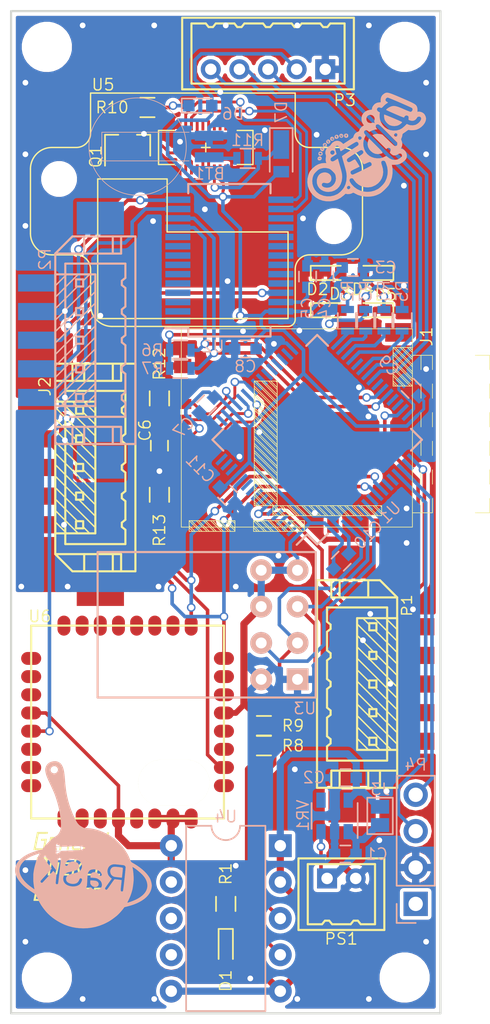
<source format=kicad_pcb>
(kicad_pcb (version 4) (host pcbnew 4.0.7)
  (layers (0 F.Cu signal) (31 B.Cu signal) (34 B.Paste user) (35 F.Paste user) (36 B.SilkS user) (37 F.SilkS user) (38 B.Mask user) (39 F.Mask user) (44 Edge.Cuts user))
  (net 0 "")
  (net 1 "Net-(BT1-Pad1)")
  (net 2 GND)
  (net 3 +6V)
  (net 4 +3V3)
  (net 5 "Net-(C5-Pad1)")
  (net 6 "Net-(D1-Pad1)")
  (net 7 "Net-(D2-Pad2)")
  (net 8 "Net-(D3-Pad2)")
  (net 9 "Net-(D4-Pad2)")
  (net 10 "Net-(D5-Pad2)")
  (net 11 "Net-(D6-Pad1)")
  (net 12 "Net-(J1-Pad9)")
  (net 13 /SD_CS)
  (net 14 /SD_MOSI)
  (net 15 /SD_CLK)
  (net 16 /SD_MISO)
  (net 17 "Net-(J1-Pad8)")
  (net 18 /TWE_MIN)
  (net 19 /TWE_PRG)
  (net 20 /TWE_MOUT)
  (net 21 /TWE_RESET)
  (net 22 /STM_SWCLK)
  (net 23 /STM_SWDIO)
  (net 24 /STM_RESET)
  (net 25 /PSoC_RESET)
  (net 26 /PSoC_SWCLK)
  (net 27 /PSoC_SWDIO)
  (net 28 /GPS_1PPS)
  (net 29 "Net-(Q1-Pad3)")
  (net 30 /I2C2_SCL)
  (net 31 /I2C1_SCL)
  (net 32 /I2C2_SDA)
  (net 33 /I2C1_SDA)
  (net 34 /GPS_MOUT)
  (net 35 /GPS_MIN)
  (net 36 "Net-(D7-Pad1)")
  (net 37 /LED1)
  (net 38 /LED2)
  (net 39 /LED3)
  (net 40 /LED4)
  (net 41 /TRIG)
  (net 42 /FPIN)
  (net 43 /BUZZ)
  (net 44 /LPS22HB_DRDY)
  (net 45 /Debug_MIN)
  (net 46 /Debug_MOUT)
  (module Capacitors_SMD:C_0603 (layer B.Cu) (at 116.3716 123.5966 180)
    (fp_text reference C8 (at 0 -1.2192 180) (layer B.SilkS) (effects (font (size 0.8 0.8) (thickness 0.1)) (justify mirror)))
    (fp_text value 0.1u)
    (pad 1 smd rect (at -0.75 0 180) (size 0.8 0.75) (layers B.Cu B.Paste B.Mask) (net 4 +3V3))
    (pad 2 smd rect (at 0.75 0 180) (size 0.8 0.75) (layers B.Cu B.Paste B.Mask) (net 2 GND))
  )
  (module Mounting_Holes:MountingHole_3mm (layer F.Cu) (at 127.5 167.5)
    (fp_text reference J7 hide)
    (fp_text value Mount)
    (pad 1 np_thru_hole circle (at 0 0) (size 3 3) (drill 3) (layers *.Cu *.Mask))
  )
  (module Mounting_Holes:MountingHole_3mm (layer F.Cu) (at 102.5 167.5)
    (fp_text reference J6 hide)
    (fp_text value Mount)
    (pad 1 np_thru_hole circle (at 0 0) (size 3 3) (drill 3) (layers *.Cu *.Mask))
  )
  (module Mounting_Holes:MountingHole_3mm (layer F.Cu) (at 102.5 102.5)
    (fp_text reference J4 hide)
    (fp_text value Mount)
    (pad 1 np_thru_hole circle (at 0 0) (size 3 3) (drill 3) (layers *.Cu *.Mask))
  )
  (module KUT_Device:E-Type_D6.8 (layer B.Cu) (at 108.8405 109.4615 270)
    (fp_text reference BT1 (at 1.905 -5.0165 360) (layer B.SilkS) (effects (font (size 0.8 0.8) (thickness 0.1)) (justify mirror)))
    (fp_text value MS621FE)
    (pad 1 smd rect (at 0.75 -5 270) (size 0.7 2) (layers B.Cu B.Paste B.Mask) (net 1 "Net-(BT1-Pad1)"))
    (pad 2 smd rect (at -0.75 -5 270) (size 0.7 2) (layers B.Cu B.Paste B.Mask) (net 2 GND))
  )
  (module Capacitors_SMD:C_0603 (layer B.Cu) (at 123.356 158.8785 180)
    (fp_text reference C1 (at -2.185 0 180) (layer B.SilkS) (effects (font (size 0.8 0.8) (thickness 0.1)) (justify mirror)))
    (fp_text value 0.1u)
    (pad 1 smd rect (at -0.75 0 180) (size 0.8 0.75) (layers B.Cu B.Paste B.Mask) (net 3 +6V))
    (pad 2 smd rect (at 0.75 0 180) (size 0.8 0.75) (layers B.Cu B.Paste B.Mask) (net 2 GND))
  )
  (module Capacitors_SMD:C_0603 (layer B.Cu) (at 123.368 153.544501 180)
    (fp_text reference C2 (at 2.2085 0.014001 180) (layer B.SilkS) (effects (font (size 0.8 0.8) (thickness 0.1)) (justify mirror)))
    (fp_text value 0.47u)
    (pad 1 smd rect (at -0.75 0 180) (size 0.8 0.75) (layers B.Cu B.Paste B.Mask) (net 4 +3V3))
    (pad 2 smd rect (at 0.75 0 180) (size 0.8 0.75) (layers B.Cu B.Paste B.Mask) (net 2 GND))
  )
  (module Capacitors_SMD:C_0603 (layer B.Cu) (at 123.89 117.907)
    (fp_text reference C3 (at 2.286 0) (layer B.SilkS) (effects (font (size 0.8 0.8) (thickness 0.1)) (justify mirror)))
    (fp_text value 0.1u)
    (pad 1 smd rect (at -0.75 0) (size 0.8 0.75) (layers B.Cu B.Paste B.Mask) (net 4 +3V3))
    (pad 2 smd rect (at 0.75 0) (size 0.8 0.75) (layers B.Cu B.Paste B.Mask) (net 2 GND))
  )
  (module Capacitors_SMD:C_0603 (layer B.Cu) (at 121.9215 118.542 90)
    (fp_text reference C4 (at -2.2225 0 90) (layer B.SilkS) (effects (font (size 0.8 0.8) (thickness 0.1)) (justify mirror)))
    (fp_text value 1u)
    (pad 1 smd rect (at -0.75 0 90) (size 0.8 0.75) (layers B.Cu B.Paste B.Mask) (net 4 +3V3))
    (pad 2 smd rect (at 0.75 0 90) (size 0.8 0.75) (layers B.Cu B.Paste B.Mask) (net 2 GND))
  )
  (module Capacitors_SMD:C_0603 (layer B.Cu) (at 120.715 118.542 90)
    (fp_text reference C5 (at -2.2225 0 90) (layer B.SilkS) (effects (font (size 0.8 0.8) (thickness 0.1)) (justify mirror)))
    (fp_text value 1u)
    (pad 1 smd rect (at -0.75 0 90) (size 0.8 0.75) (layers B.Cu B.Paste B.Mask) (net 5 "Net-(C5-Pad1)"))
    (pad 2 smd rect (at 0.75 0 90) (size 0.8 0.75) (layers B.Cu B.Paste B.Mask) (net 2 GND))
  )
  (module Capacitors_SMD:C_0603 (layer F.Cu) (at 110.3645 130.353 270)
    (fp_text reference C6 (at -1.0795 1.016 270) (layer F.SilkS) (effects (font (size 0.8 0.8) (thickness 0.1))))
    (fp_text value 1u)
    (pad 1 smd rect (at -0.75 0 270) (size 0.8 0.75) (layers F.Cu F.Paste F.Mask) (net 4 +3V3))
    (pad 2 smd rect (at 0.75 0 270) (size 0.8 0.75) (layers F.Cu F.Paste F.Mask) (net 2 GND))
  )
  (module LEDs:LED_0603 (layer F.Cu) (at 115 165.405 270)
    (fp_text reference D1 (at 2.324 0 270) (layer F.SilkS) (effects (font (size 0.8 0.8) (thickness 0.1))))
    (fp_text value PWR)
    (pad 2 smd rect (at 0.8 0 90) (size 0.8 0.8) (layers F.Cu F.Paste F.Mask) (net 4 +3V3))
    (pad 1 smd rect (at -0.8 0 90) (size 0.8 0.8) (layers F.Cu F.Paste F.Mask) (net 6 "Net-(D1-Pad1)"))
  )
  (module LEDs:LED_0603 (layer F.Cu) (at 122.239 118.288)
    (fp_text reference D2 (at -0.8255 1.143) (layer F.SilkS) (effects (font (size 0.8 0.8) (thickness 0.1))))
    (fp_text value LED)
    (pad 2 smd rect (at 0.8 0 180) (size 0.8 0.8) (layers F.Cu F.Paste F.Mask) (net 7 "Net-(D2-Pad2)"))
    (pad 1 smd rect (at -0.8 0 180) (size 0.8 0.8) (layers F.Cu F.Paste F.Mask) (net 2 GND))
  )
  (module LEDs:LED_0603 (layer F.Cu) (at 122.239 120.8915)
    (fp_text reference D3 (at 0.762 -1.143) (layer F.SilkS) (effects (font (size 0.8 0.8) (thickness 0.1))))
    (fp_text value LED)
    (pad 2 smd rect (at 0.8 0 180) (size 0.8 0.8) (layers F.Cu F.Paste F.Mask) (net 8 "Net-(D3-Pad2)"))
    (pad 1 smd rect (at -0.8 0 180) (size 0.8 0.8) (layers F.Cu F.Paste F.Mask) (net 2 GND))
  )
  (module LEDs:LED_0603 (layer F.Cu) (at 125.414 118.288 180)
    (fp_text reference D4 (at 0.8255 -1.143 180) (layer F.SilkS) (effects (font (size 0.8 0.8) (thickness 0.1))))
    (fp_text value LED)
    (pad 2 smd rect (at 0.8 0) (size 0.8 0.8) (layers F.Cu F.Paste F.Mask) (net 9 "Net-(D4-Pad2)"))
    (pad 1 smd rect (at -0.8 0) (size 0.8 0.8) (layers F.Cu F.Paste F.Mask) (net 2 GND))
  )
  (module LEDs:LED_0603 (layer F.Cu) (at 125.414 120.8915 180)
    (fp_text reference D5 (at -0.762 1.0795 180) (layer F.SilkS) (effects (font (size 0.8 0.8) (thickness 0.1))))
    (fp_text value LED)
    (pad 2 smd rect (at 0.8 0) (size 0.8 0.8) (layers F.Cu F.Paste F.Mask) (net 10 "Net-(D5-Pad2)"))
    (pad 1 smd rect (at -0.8 0) (size 0.8 0.8) (layers F.Cu F.Paste F.Mask) (net 2 GND))
  )
  (module LEDs:LED_0603 (layer B.Cu) (at 113.222 106.604)
    (fp_text reference D6 (at 2.286 0.5715) (layer B.SilkS) (effects (font (size 0.8 0.8) (thickness 0.1)) (justify mirror)))
    (fp_text value GPSLED)
    (pad 2 smd rect (at 0.8 0 180) (size 0.8 0.8) (layers B.Cu B.Paste B.Mask) (net 4 +3V3))
    (pad 1 smd rect (at -0.8 0 180) (size 0.8 0.8) (layers B.Cu B.Paste B.Mask) (net 11 "Net-(D6-Pad1)"))
  )
  (module KUT_Connector:microSD_DM3AT-SFPEJ (layer F.Cu) (at 111.993 134.991 90)
    (fp_text reference J1 (at 12.258 17.0405 90) (layer F.SilkS) (effects (font (size 0.8 0.8) (thickness 0.1))))
    (fp_text value SD_Card)
    (pad 13 smd rect (at 12.55 15.1 90) (size 1.3 1.9) (layers F.Cu F.Paste F.Mask))
    (pad 9 smd rect (at 8.65 0 90) (size 0.7 1.2) (layers F.Cu F.Paste F.Mask) (net 12 "Net-(J1-Pad9)"))
    (pad 1 smd rect (at 7.55 0 90) (size 0.7 1.2) (layers F.Cu F.Paste F.Mask) (net 13 /SD_CS))
    (pad 2 smd rect (at 6.45 0 90) (size 0.7 1.2) (layers F.Cu F.Paste F.Mask) (net 14 /SD_MOSI))
    (pad 4 smd rect (at 5.35 0 90) (size 0.7 1.2) (layers F.Cu F.Paste F.Mask) (net 4 +3V3))
    (pad 5 smd rect (at 4.25 0 90) (size 0.7 1.2) (layers F.Cu F.Paste F.Mask) (net 15 /SD_CLK))
    (pad 6 smd rect (at 3.15 0 90) (size 0.7 1.2) (layers F.Cu F.Paste F.Mask) (net 2 GND))
    (pad 7 smd rect (at 2.05 0 90) (size 0.7 1.2) (layers F.Cu F.Paste F.Mask) (net 16 /SD_MISO))
    (pad 8 smd rect (at 0.95 0 90) (size 0.7 1.2) (layers F.Cu F.Paste F.Mask) (net 17 "Net-(J1-Pad8)"))
    (pad 10 smd rect (at 0 0 90) (size 0.7 1.2) (layers F.Cu F.Paste F.Mask))
    (pad 3 smd rect (at 10.2 0 90) (size 1 1.2) (layers F.Cu F.Paste F.Mask) (net 2 GND))
    (pad 6 smd rect (at -0.95 4.3 90) (size 1 1.2) (layers F.Cu F.Paste F.Mask) (net 2 GND))
    (pad 11 smd rect (at -0.95 10.5 90) (size 1 0.8) (layers F.Cu F.Paste F.Mask))
    (pad 12 smd rect (at -0.95 14.65 90) (size 1 2.8) (layers F.Cu F.Paste F.Mask))
  )
  (module KUT_Connector:DF3DZ-5P-2V (layer F.Cu) (at 106.237 131.877 270)
    (fp_text reference J2 (at -5.6515 3.8735 270) (layer F.SilkS) (effects (font (size 0.8 0.8) (thickness 0.1))))
    (fp_text value TWE_Writer)
    (pad "" smd rect (at -8.52 0 270) (size 2.3 3.3) (layers F.Cu F.Paste F.Mask))
    (pad 1 smd rect (at 4 4.45 270) (size 1.2 2.6) (layers F.Cu F.Paste F.Mask) (net 2 GND))
    (pad 2 smd rect (at 2 4.45 270) (size 1.2 2.6) (layers F.Cu F.Paste F.Mask) (net 18 /TWE_MIN))
    (pad "" smd rect (at 8.52 0 270) (size 2.3 3.3) (layers F.Cu F.Paste F.Mask))
    (pad 3 smd rect (at 0 4.45 270) (size 1.2 2.6) (layers F.Cu F.Paste F.Mask) (net 19 /TWE_PRG))
    (pad 4 smd rect (at -2 4.45 270) (size 1.2 2.6) (layers F.Cu F.Paste F.Mask) (net 20 /TWE_MOUT))
    (pad 5 smd rect (at -4 4.45 270) (size 1.2 2.6) (layers F.Cu F.Paste F.Mask) (net 21 /TWE_RESET))
  )
  (module Connectors:GS2 (layer B.Cu) (at 125.781001 156.2115 180)
    (fp_text reference J3 (at -0.013999 1.8555 180) (layer B.SilkS) (effects (font (size 0.8 0.8) (thickness 0.1)) (justify mirror)))
    (fp_text value GS2)
    (pad 1 smd rect (at 0 0.64 180) (size 1.27 0.97) (layers B.Cu B.Paste B.Mask) (net 4 +3V3))
    (pad 2 smd rect (at 0 -0.64 180) (size 1.27 0.97) (layers B.Cu B.Paste B.Mask) (net 3 +6V))
  )
  (module KUT_Connector:DF3DZ-5P-2V (layer F.Cu) (at 123.8265 147.001 90)
    (fp_text reference P1 (at 5.4849 3.8339 90) (layer F.SilkS) (effects (font (size 0.7 0.8) (thickness 0.1))))
    (fp_text value STLINK_SWD)
    (pad "" smd rect (at -8.52 0 90) (size 2.3 3.3) (layers F.Cu F.Paste F.Mask))
    (pad 1 smd rect (at 4 4.45 90) (size 1.2 2.6) (layers F.Cu F.Paste F.Mask))
    (pad 2 smd rect (at 2 4.45 90) (size 1.2 2.6) (layers F.Cu F.Paste F.Mask) (net 22 /STM_SWCLK))
    (pad "" smd rect (at 8.52 0 90) (size 2.3 3.3) (layers F.Cu F.Paste F.Mask))
    (pad 3 smd rect (at 0 4.45 90) (size 1.2 2.6) (layers F.Cu F.Paste F.Mask) (net 2 GND))
    (pad 4 smd rect (at -2 4.45 90) (size 1.2 2.6) (layers F.Cu F.Paste F.Mask) (net 23 /STM_SWDIO))
    (pad 5 smd rect (at -4 4.45 90) (size 1.2 2.6) (layers F.Cu F.Paste F.Mask) (net 24 /STM_RESET))
  )
  (module KUT_Connector:DF3DZ-5P-2V (layer B.Cu) (at 106.237 122.987 90)
    (fp_text reference P2 (at 5.6515 -3.8735 90) (layer B.SilkS) (effects (font (size 0.8 0.8) (thickness 0.1)) (justify mirror)))
    (fp_text value KRC_PSoCWriter)
    (pad "" smd rect (at -8.52 0 90) (size 2.3 3.3) (layers B.Cu B.Paste B.Mask))
    (pad 1 smd rect (at 4 -4.45 90) (size 1.2 2.6) (layers B.Cu B.Paste B.Mask))
    (pad 2 smd rect (at 2 -4.45 90) (size 1.2 2.6) (layers B.Cu B.Paste B.Mask) (net 2 GND))
    (pad "" smd rect (at 8.52 0 90) (size 2.3 3.3) (layers B.Cu B.Paste B.Mask))
    (pad 3 smd rect (at 0 -4.45 90) (size 1.2 2.6) (layers B.Cu B.Paste B.Mask) (net 25 /PSoC_RESET))
    (pad 4 smd rect (at -2 -4.45 90) (size 1.2 2.6) (layers B.Cu B.Paste B.Mask) (net 26 /PSoC_SWCLK))
    (pad 5 smd rect (at -4 -4.45 90) (size 1.2 2.6) (layers B.Cu B.Paste B.Mask) (net 27 /PSoC_SWDIO))
  )
  (module TO_SOT_Packages_SMD:SOT-23 (layer F.Cu) (at 108.142 109.398 90)
    (fp_text reference Q1 (at -0.762 -2.2225 90) (layer F.SilkS) (effects (font (size 0.8 0.8) (thickness 0.1))))
    (fp_text value 2N7002)
    (pad 1 smd rect (at -1 -0.95 90) (size 0.9 0.8) (layers F.Cu F.Paste F.Mask) (net 28 /GPS_1PPS))
    (pad 2 smd rect (at -1 0.95 90) (size 0.9 0.8) (layers F.Cu F.Paste F.Mask) (net 2 GND))
    (pad 3 smd rect (at 1 0 90) (size 0.9 0.8) (layers F.Cu F.Paste F.Mask) (net 29 "Net-(Q1-Pad3)"))
  )
  (module Resistors_SMD:R_0603 (layer F.Cu) (at 115 162.357 90)
    (fp_text reference R1 (at 2.0948 0 90) (layer F.SilkS) (effects (font (size 0.8 0.8) (thickness 0.1))))
    (fp_text value 300)
    (pad 1 smd rect (at -0.75 0 90) (size 0.5 0.9) (layers F.Cu F.Paste F.Mask) (net 6 "Net-(D1-Pad1)"))
    (pad 2 smd rect (at 0.75 0 90) (size 0.5 0.9) (layers F.Cu F.Paste F.Mask) (net 2 GND))
  )
  (module Resistors_SMD:R_0603 (layer B.Cu) (at 123.509 121.59 90)
    (fp_text reference R2 (at 2.032 0 90) (layer B.SilkS) (effects (font (size 0.8 0.8) (thickness 0.1)) (justify mirror)))
    (fp_text value 300)
    (pad 1 smd rect (at -0.75 0 90) (size 0.5 0.9) (layers B.Cu B.Paste B.Mask) (net 37 /LED1))
    (pad 2 smd rect (at 0.75 0 90) (size 0.5 0.9) (layers B.Cu B.Paste B.Mask) (net 7 "Net-(D2-Pad2)"))
  )
  (module Resistors_SMD:R_0603 (layer B.Cu) (at 124.779 121.59 90)
    (fp_text reference R3 (at 2.032 0 90) (layer B.SilkS) (effects (font (size 0.8 0.8) (thickness 0.1)) (justify mirror)))
    (fp_text value 300)
    (pad 1 smd rect (at -0.75 0 90) (size 0.5 0.9) (layers B.Cu B.Paste B.Mask) (net 38 /LED2))
    (pad 2 smd rect (at 0.75 0 90) (size 0.5 0.9) (layers B.Cu B.Paste B.Mask) (net 8 "Net-(D3-Pad2)"))
  )
  (module Resistors_SMD:R_0603 (layer B.Cu) (at 126.049 121.59 90)
    (fp_text reference R4 (at 2.032 0 90) (layer B.SilkS) (effects (font (size 0.8 0.8) (thickness 0.1)) (justify mirror)))
    (fp_text value 300)
    (pad 1 smd rect (at -0.75 0 90) (size 0.5 0.9) (layers B.Cu B.Paste B.Mask) (net 39 /LED3))
    (pad 2 smd rect (at 0.75 0 90) (size 0.5 0.9) (layers B.Cu B.Paste B.Mask) (net 9 "Net-(D4-Pad2)"))
  )
  (module Resistors_SMD:R_0603 (layer B.Cu) (at 127.319 121.59 90)
    (fp_text reference R5 (at 2.032 0 90) (layer B.SilkS) (effects (font (size 0.8 0.8) (thickness 0.1)) (justify mirror)))
    (fp_text value 300)
    (pad 1 smd rect (at -0.75 0 90) (size 0.5 0.9) (layers B.Cu B.Paste B.Mask) (net 40 /LED4))
    (pad 2 smd rect (at 0.75 0 90) (size 0.5 0.9) (layers B.Cu B.Paste B.Mask) (net 10 "Net-(D5-Pad2)"))
  )
  (module Resistors_SMD:R_0603 (layer B.Cu) (at 111.825 123.6855)
    (fp_text reference R6 (at -1.9685 0) (layer B.SilkS) (effects (font (size 0.8 0.8) (thickness 0.1)) (justify mirror)))
    (fp_text value 10k)
    (pad 1 smd rect (at -0.75 0) (size 0.5 0.9) (layers B.Cu B.Paste B.Mask) (net 4 +3V3))
    (pad 2 smd rect (at 0.75 0) (size 0.5 0.9) (layers B.Cu B.Paste B.Mask) (net 31 /I2C1_SCL))
  )
  (module Resistors_SMD:R_0603 (layer B.Cu) (at 111.825 124.9555)
    (fp_text reference R7 (at -1.9565 0) (layer B.SilkS) (effects (font (size 0.8 0.8) (thickness 0.1)) (justify mirror)))
    (fp_text value 10k)
    (pad 1 smd rect (at -0.75 0) (size 0.5 0.9) (layers B.Cu B.Paste B.Mask) (net 4 +3V3))
    (pad 2 smd rect (at 0.75 0) (size 0.5 0.9) (layers B.Cu B.Paste B.Mask) (net 33 /I2C1_SDA))
  )
  (module Resistors_SMD:R_0603 (layer F.Cu) (at 117.667 151.308)
    (fp_text reference R8 (at 2.032 0) (layer F.SilkS) (effects (font (size 0.8 0.8) (thickness 0.1))))
    (fp_text value 10k)
    (pad 1 smd rect (at -0.75 0) (size 0.5 0.9) (layers F.Cu F.Paste F.Mask) (net 4 +3V3))
    (pad 2 smd rect (at 0.75 0) (size 0.5 0.9) (layers F.Cu F.Paste F.Mask) (net 30 /I2C2_SCL))
  )
  (module Resistors_SMD:R_0603 (layer F.Cu) (at 117.667 149.911)
    (fp_text reference R9 (at 2.032 0) (layer F.SilkS) (effects (font (size 0.8 0.8) (thickness 0.1))))
    (fp_text value 10k)
    (pad 1 smd rect (at -0.75 0) (size 0.5 0.9) (layers F.Cu F.Paste F.Mask) (net 4 +3V3))
    (pad 2 smd rect (at 0.75 0) (size 0.5 0.9) (layers F.Cu F.Paste F.Mask) (net 32 /I2C2_SDA))
  )
  (module Resistors_SMD:R_0603 (layer F.Cu) (at 109.527 106.731 180)
    (fp_text reference R10 (at 2.4645 0 180) (layer F.SilkS) (effects (font (size 0.8 0.8) (thickness 0.1))))
    (fp_text value 300)
    (pad 1 smd rect (at -0.75 0 180) (size 0.5 0.9) (layers F.Cu F.Paste F.Mask) (net 11 "Net-(D6-Pad1)"))
    (pad 2 smd rect (at 0.75 0 180) (size 0.5 0.9) (layers F.Cu F.Paste F.Mask) (net 29 "Net-(Q1-Pad3)"))
  )
  (module Resistors_SMD:R_0603 (layer B.Cu) (at 116.524 110.287 180)
    (fp_text reference R11 (at 0 1.27 180) (layer B.SilkS) (effects (font (size 0.8 0.8) (thickness 0.1)) (justify mirror)))
    (fp_text value 1k)
    (pad 1 smd rect (at -0.75 0 180) (size 0.5 0.9) (layers B.Cu B.Paste B.Mask) (net 36 "Net-(D7-Pad1)"))
    (pad 2 smd rect (at 0.75 0 180) (size 0.5 0.9) (layers B.Cu B.Paste B.Mask) (net 1 "Net-(BT1-Pad1)"))
  )
  (module Resistors_SMD:R_0603 (layer F.Cu) (at 110.3645 127.051 90)
    (fp_text reference R12 (at 2.413 0 90) (layer F.SilkS) (effects (font (size 0.8 0.8) (thickness 0.1))))
    (fp_text value 47k)
    (pad 1 smd rect (at -0.75 0 90) (size 0.5 0.9) (layers F.Cu F.Paste F.Mask) (net 4 +3V3))
    (pad 2 smd rect (at 0.75 0 90) (size 0.5 0.9) (layers F.Cu F.Paste F.Mask) (net 12 "Net-(J1-Pad9)"))
  )
  (module Housings_QFP:LQFP-64_10x10mm_Pitch0.5mm (layer B.Cu) (at 121.388608 129.936875 45)
    (fp_text reference U1 (at 0 7.2 45) (layer B.SilkS) (effects (font (size 0.8 0.8) (thickness 0.1)) (justify mirror)))
    (fp_text value STM32F303RE)
    (pad 1 smd rect (at -5.7 3.75 45) (size 1 0.25) (layers B.Cu B.Paste B.Mask) (net 4 +3V3))
    (pad 2 smd rect (at -5.7 3.25 45) (size 1 0.25) (layers B.Cu B.Paste B.Mask))
    (pad 3 smd rect (at -5.7 2.75 45) (size 1 0.25) (layers B.Cu B.Paste B.Mask))
    (pad 4 smd rect (at -5.7 2.25 45) (size 1 0.25) (layers B.Cu B.Paste B.Mask))
    (pad 5 smd rect (at -5.7 1.75 45) (size 1 0.25) (layers B.Cu B.Paste B.Mask))
    (pad 6 smd rect (at -5.7 1.25 45) (size 1 0.25) (layers B.Cu B.Paste B.Mask))
    (pad 7 smd rect (at -5.7 0.75 45) (size 1 0.25) (layers B.Cu B.Paste B.Mask) (net 24 /STM_RESET))
    (pad 8 smd rect (at -5.7 0.25 45) (size 1 0.25) (layers B.Cu B.Paste B.Mask))
    (pad 9 smd rect (at -5.7 -0.25 45) (size 1 0.25) (layers B.Cu B.Paste B.Mask))
    (pad 10 smd rect (at -5.7 -0.75 45) (size 1 0.25) (layers B.Cu B.Paste B.Mask))
    (pad 11 smd rect (at -5.7 -1.25 45) (size 1 0.25) (layers B.Cu B.Paste B.Mask))
    (pad 12 smd rect (at -5.7 -1.75 45) (size 1 0.25) (layers B.Cu B.Paste B.Mask) (net 2 GND))
    (pad 13 smd rect (at -5.7 -2.25 45) (size 1 0.25) (layers B.Cu B.Paste B.Mask) (net 4 +3V3))
    (pad 14 smd rect (at -5.7 -2.75 45) (size 1 0.25) (layers B.Cu B.Paste B.Mask))
    (pad 15 smd rect (at -5.7 -3.25 45) (size 1 0.25) (layers B.Cu B.Paste B.Mask))
    (pad 16 smd rect (at -5.7 -3.75 45) (size 1 0.25) (layers B.Cu B.Paste B.Mask))
    (pad 17 smd rect (at -3.75 -5.7 315) (size 1 0.25) (layers B.Cu B.Paste B.Mask))
    (pad 18 smd rect (at -3.25 -5.7 315) (size 1 0.25) (layers B.Cu B.Paste B.Mask) (net 2 GND))
    (pad 19 smd rect (at -2.75 -5.7 315) (size 1 0.25) (layers B.Cu B.Paste B.Mask) (net 4 +3V3))
    (pad 20 smd rect (at -2.25 -5.7 315) (size 1 0.25) (layers B.Cu B.Paste B.Mask) (net 13 /SD_CS))
    (pad 21 smd rect (at -1.75 -5.7 315) (size 1 0.25) (layers B.Cu B.Paste B.Mask) (net 15 /SD_CLK))
    (pad 22 smd rect (at -1.25 -5.7 315) (size 1 0.25) (layers B.Cu B.Paste B.Mask) (net 16 /SD_MISO))
    (pad 23 smd rect (at -0.75 -5.7 315) (size 1 0.25) (layers B.Cu B.Paste B.Mask) (net 14 /SD_MOSI))
    (pad 24 smd rect (at -0.25 -5.7 315) (size 1 0.25) (layers B.Cu B.Paste B.Mask))
    (pad 25 smd rect (at 0.25 -5.7 315) (size 1 0.25) (layers B.Cu B.Paste B.Mask))
    (pad 26 smd rect (at 0.75 -5.7 315) (size 1 0.25) (layers B.Cu B.Paste B.Mask))
    (pad 27 smd rect (at 1.25 -5.7 315) (size 1 0.25) (layers B.Cu B.Paste B.Mask))
    (pad 28 smd rect (at 1.75 -5.7 315) (size 1 0.25) (layers B.Cu B.Paste B.Mask))
    (pad 29 smd rect (at 2.25 -5.7 315) (size 1 0.25) (layers B.Cu B.Paste B.Mask))
    (pad 30 smd rect (at 2.75 -5.7 315) (size 1 0.25) (layers B.Cu B.Paste B.Mask))
    (pad 31 smd rect (at 3.25 -5.7 315) (size 1 0.25) (layers B.Cu B.Paste B.Mask) (net 2 GND))
    (pad 32 smd rect (at 3.75 -5.7 315) (size 1 0.25) (layers B.Cu B.Paste B.Mask) (net 4 +3V3))
    (pad 33 smd rect (at 5.7 -3.75 45) (size 1 0.25) (layers B.Cu B.Paste B.Mask) (net 37 /LED1))
    (pad 34 smd rect (at 5.7 -3.25 45) (size 1 0.25) (layers B.Cu B.Paste B.Mask) (net 38 /LED2))
    (pad 35 smd rect (at 5.7 -2.75 45) (size 1 0.25) (layers B.Cu B.Paste B.Mask) (net 39 /LED3))
    (pad 36 smd rect (at 5.7 -2.25 45) (size 1 0.25) (layers B.Cu B.Paste B.Mask) (net 40 /LED4))
    (pad 37 smd rect (at 5.7 -1.75 45) (size 1 0.25) (layers B.Cu B.Paste B.Mask))
    (pad 38 smd rect (at 5.7 -1.25 45) (size 1 0.25) (layers B.Cu B.Paste B.Mask) (net 42 /FPIN))
    (pad 39 smd rect (at 5.7 -0.75 45) (size 1 0.25) (layers B.Cu B.Paste B.Mask) (net 43 /BUZZ))
    (pad 40 smd rect (at 5.7 -0.25 45) (size 1 0.25) (layers B.Cu B.Paste B.Mask) (net 41 /TRIG))
    (pad 41 smd rect (at 5.7 0.25 45) (size 1 0.25) (layers B.Cu B.Paste B.Mask))
    (pad 42 smd rect (at 5.7 0.75 45) (size 1 0.25) (layers B.Cu B.Paste B.Mask) (net 31 /I2C1_SCL))
    (pad 43 smd rect (at 5.7 1.25 45) (size 1 0.25) (layers B.Cu B.Paste B.Mask) (net 33 /I2C1_SDA))
    (pad 44 smd rect (at 5.7 1.75 45) (size 1 0.25) (layers B.Cu B.Paste B.Mask))
    (pad 45 smd rect (at 5.7 2.25 45) (size 1 0.25) (layers B.Cu B.Paste B.Mask))
    (pad 46 smd rect (at 5.7 2.75 45) (size 1 0.25) (layers B.Cu B.Paste B.Mask) (net 23 /STM_SWDIO))
    (pad 47 smd rect (at 5.7 3.25 45) (size 1 0.25) (layers B.Cu B.Paste B.Mask) (net 2 GND))
    (pad 48 smd rect (at 5.7 3.75 45) (size 1 0.25) (layers B.Cu B.Paste B.Mask) (net 4 +3V3))
    (pad 49 smd rect (at 3.75 5.7 315) (size 1 0.25) (layers B.Cu B.Paste B.Mask) (net 22 /STM_SWCLK))
    (pad 50 smd rect (at 3.25 5.7 315) (size 1 0.25) (layers B.Cu B.Paste B.Mask))
    (pad 51 smd rect (at 2.75 5.7 315) (size 1 0.25) (layers B.Cu B.Paste B.Mask) (net 46 /Debug_MOUT))
    (pad 52 smd rect (at 2.25 5.7 315) (size 1 0.25) (layers B.Cu B.Paste B.Mask) (net 45 /Debug_MIN))
    (pad 53 smd rect (at 1.75 5.7 315) (size 1 0.25) (layers B.Cu B.Paste B.Mask))
    (pad 54 smd rect (at 1.25 5.7 315) (size 1 0.25) (layers B.Cu B.Paste B.Mask))
    (pad 55 smd rect (at 0.75 5.7 315) (size 1 0.25) (layers B.Cu B.Paste B.Mask) (net 20 /TWE_MOUT))
    (pad 56 smd rect (at 0.25 5.7 315) (size 1 0.25) (layers B.Cu B.Paste B.Mask) (net 18 /TWE_MIN))
    (pad 57 smd rect (at -0.25 5.7 315) (size 1 0.25) (layers B.Cu B.Paste B.Mask))
    (pad 58 smd rect (at -0.75 5.7 315) (size 1 0.25) (layers B.Cu B.Paste B.Mask))
    (pad 59 smd rect (at -1.25 5.7 315) (size 1 0.25) (layers B.Cu B.Paste B.Mask) (net 44 /LPS22HB_DRDY))
    (pad 60 smd rect (at -1.75 5.7 315) (size 1 0.25) (layers B.Cu B.Paste B.Mask) (net 2 GND))
    (pad 61 smd rect (at -2.25 5.7 315) (size 1 0.25) (layers B.Cu B.Paste B.Mask) (net 30 /I2C2_SCL))
    (pad 62 smd rect (at -2.75 5.7 315) (size 1 0.25) (layers B.Cu B.Paste B.Mask) (net 32 /I2C2_SDA))
    (pad 63 smd rect (at -3.25 5.7 315) (size 1 0.25) (layers B.Cu B.Paste B.Mask) (net 2 GND))
    (pad 64 smd rect (at -3.75 5.7 315) (size 1 0.25) (layers B.Cu B.Paste B.Mask) (net 4 +3V3))
  )
  (module Housings_SSOP:SSOP-28_5.3x10.2mm_Pitch0.65mm (layer B.Cu) (at 115.254 117.399)
    (fp_text reference U2 (at -1.143 6.0325) (layer B.SilkS) (effects (font (size 0.8 0.8) (thickness 0.1)) (justify mirror)))
    (fp_text value CY8C4xxxPVI-xxx)
    (pad 1 smd rect (at -3.6 4.225) (size 1.75 0.45) (layers B.Cu B.Paste B.Mask))
    (pad 2 smd rect (at -3.6 3.575) (size 1.75 0.45) (layers B.Cu B.Paste B.Mask))
    (pad 3 smd rect (at -3.6 2.925) (size 1.75 0.45) (layers B.Cu B.Paste B.Mask))
    (pad 4 smd rect (at -3.6 2.275) (size 1.75 0.45) (layers B.Cu B.Paste B.Mask))
    (pad 5 smd rect (at -3.6 1.625) (size 1.75 0.45) (layers B.Cu B.Paste B.Mask))
    (pad 6 smd rect (at -3.6 0.975) (size 1.75 0.45) (layers B.Cu B.Paste B.Mask))
    (pad 7 smd rect (at -3.6 0.325) (size 1.75 0.45) (layers B.Cu B.Paste B.Mask))
    (pad 8 smd rect (at -3.6 -0.325) (size 1.75 0.45) (layers B.Cu B.Paste B.Mask))
    (pad 9 smd rect (at -3.6 -0.975) (size 1.75 0.45) (layers B.Cu B.Paste B.Mask))
    (pad 10 smd rect (at -3.6 -1.625) (size 1.75 0.45) (layers B.Cu B.Paste B.Mask))
    (pad 11 smd rect (at -3.6 -2.275) (size 1.75 0.45) (layers B.Cu B.Paste B.Mask) (net 31 /I2C1_SCL))
    (pad 12 smd rect (at -3.6 -2.925) (size 1.75 0.45) (layers B.Cu B.Paste B.Mask) (net 33 /I2C1_SDA))
    (pad 13 smd rect (at -3.6 -3.575) (size 1.75 0.45) (layers B.Cu B.Paste B.Mask) (net 27 /PSoC_SWDIO))
    (pad 14 smd rect (at -3.6 -4.225) (size 1.75 0.45) (layers B.Cu B.Paste B.Mask) (net 26 /PSoC_SWCLK))
    (pad 15 smd rect (at 3.6 -4.225) (size 1.75 0.45) (layers B.Cu B.Paste B.Mask) (net 34 /GPS_MOUT))
    (pad 16 smd rect (at 3.6 -3.575) (size 1.75 0.45) (layers B.Cu B.Paste B.Mask) (net 35 /GPS_MIN))
    (pad 17 smd rect (at 3.6 -2.925) (size 1.75 0.45) (layers B.Cu B.Paste B.Mask))
    (pad 18 smd rect (at 3.6 -2.275) (size 1.75 0.45) (layers B.Cu B.Paste B.Mask))
    (pad 19 smd rect (at 3.6 -1.625) (size 1.75 0.45) (layers B.Cu B.Paste B.Mask))
    (pad 20 smd rect (at 3.6 -0.975) (size 1.75 0.45) (layers B.Cu B.Paste B.Mask))
    (pad 21 smd rect (at 3.6 -0.325) (size 1.75 0.45) (layers B.Cu B.Paste B.Mask))
    (pad 22 smd rect (at 3.6 0.325) (size 1.75 0.45) (layers B.Cu B.Paste B.Mask))
    (pad 23 smd rect (at 3.6 0.975) (size 1.75 0.45) (layers B.Cu B.Paste B.Mask))
    (pad 24 smd rect (at 3.6 1.625) (size 1.75 0.45) (layers B.Cu B.Paste B.Mask))
    (pad 25 smd rect (at 3.6 2.275) (size 1.75 0.45) (layers B.Cu B.Paste B.Mask) (net 25 /PSoC_RESET))
    (pad 26 smd rect (at 3.6 2.925) (size 1.75 0.45) (layers B.Cu B.Paste B.Mask) (net 5 "Net-(C5-Pad1)"))
    (pad 27 smd rect (at 3.6 3.575) (size 1.75 0.45) (layers B.Cu B.Paste B.Mask) (net 4 +3V3))
    (pad 28 smd rect (at 3.6 4.225) (size 1.75 0.45) (layers B.Cu B.Paste B.Mask) (net 2 GND))
  )
  (module KUT_Sensor:Strawberry-Linux_Module_8P_NoHole (layer B.Cu) (at 113.6665 142.8625 270)
    (fp_text reference U3 (at 5.842 -6.858 360) (layer B.SilkS) (effects (font (size 0.8 0.8) (thickness 0.1)) (justify mirror)))
    (fp_text value LPS22HB_Module)
    (pad 1 thru_hole rect (at 3.81 -6.35 270) (size 1.524 1.524) (drill 0.762) (layers *.Cu *.Mask B.SilkS) (net 2 GND))
    (pad 2 thru_hole circle (at 1.27 -6.35 270) (size 1.524 1.524) (drill 0.762) (layers *.Cu *.Mask B.SilkS) (net 32 /I2C2_SDA))
    (pad 3 thru_hole circle (at -1.27 -6.35 270) (size 1.524 1.524) (drill 0.762) (layers *.Cu *.Mask B.SilkS) (net 30 /I2C2_SCL))
    (pad 4 thru_hole circle (at -3.81 -6.35 270) (size 1.524 1.524) (drill 0.762) (layers *.Cu *.Mask B.SilkS) (net 4 +3V3))
    (pad 5 thru_hole circle (at 3.81 -3.81 270) (size 1.524 1.524) (drill 0.762) (layers *.Cu *.Mask B.SilkS) (net 2 GND))
    (pad 6 thru_hole circle (at 1.27 -3.81 270) (size 1.524 1.524) (drill 0.762) (layers *.Cu *.Mask B.SilkS) (net 44 /LPS22HB_DRDY))
    (pad 7 thru_hole circle (at -1.27 -3.81 270) (size 1.524 1.524) (drill 0.762) (layers *.Cu *.Mask B.SilkS) (net 4 +3V3))
    (pad 8 thru_hole circle (at -3.81 -3.81 270) (size 1.524 1.524) (drill 0.762) (layers *.Cu *.Mask B.SilkS) (net 4 +3V3))
  )
  (module Housings_DIP:DIP-10_W7.62mm (layer B.Cu) (at 118.81 158.293 180)
    (fp_text reference U4 (at 3.81 2.032 180) (layer B.SilkS) (effects (font (size 0.8 0.8) (thickness 0.1)) (justify mirror)))
    (fp_text value MPU-9250)
    (pad 1 thru_hole rect (at 0 0 180) (size 1.6 1.6) (drill 0.8) (layers *.Cu *.Mask) (net 4 +3V3))
    (pad 6 thru_hole oval (at 7.62 -10.16 180) (size 1.6 1.6) (drill 0.8) (layers *.Cu *.Mask) (net 4 +3V3))
    (pad 2 thru_hole oval (at 0 -2.54 180) (size 1.6 1.6) (drill 0.8) (layers *.Cu *.Mask) (net 4 +3V3))
    (pad 7 thru_hole oval (at 7.62 -7.62 180) (size 1.6 1.6) (drill 0.8) (layers *.Cu *.Mask))
    (pad 3 thru_hole oval (at 0 -5.08 180) (size 1.6 1.6) (drill 0.8) (layers *.Cu *.Mask) (net 30 /I2C2_SCL))
    (pad 8 thru_hole oval (at 7.62 -5.08 180) (size 1.6 1.6) (drill 0.8) (layers *.Cu *.Mask))
    (pad 4 thru_hole oval (at 0 -7.62 180) (size 1.6 1.6) (drill 0.8) (layers *.Cu *.Mask) (net 32 /I2C2_SDA))
    (pad 9 thru_hole oval (at 7.62 -2.54 180) (size 1.6 1.6) (drill 0.8) (layers *.Cu *.Mask))
    (pad 5 thru_hole oval (at 0 -10.16 180) (size 1.6 1.6) (drill 0.8) (layers *.Cu *.Mask) (net 4 +3V3))
    (pad 10 thru_hole oval (at 7.62 0 180) (size 1.6 1.6) (drill 0.8) (layers *.Cu *.Mask) (net 2 GND))
  )
  (module KUT_CommIC:TWE-Lite (layer F.Cu) (at 114.873 154.101999 180)
    (fp_text reference U6 (at 12.8666 11.823899 180) (layer F.SilkS) (effects (font (size 0.8 0.8) (thickness 0.1))))
    (fp_text value TWE-Lite)
    (pad 1 smd oval (at 0 0 180) (size 1.4 0.9) (layers F.Cu F.Paste F.Mask))
    (pad 2 smd oval (at 0 1.27 180) (size 1.4 0.9) (layers F.Cu F.Paste F.Mask) (net 19 /TWE_PRG))
    (pad 3 smd oval (at 0 2.54 180) (size 1.4 0.9) (layers F.Cu F.Paste F.Mask))
    (pad 4 smd oval (at 0 3.81 180) (size 1.4 0.9) (layers F.Cu F.Paste F.Mask))
    (pad 5 smd oval (at 0 5.08 180) (size 1.4 0.9) (layers F.Cu F.Paste F.Mask) (net 4 +3V3))
    (pad 6 smd oval (at 0 6.35 180) (size 1.4 0.9) (layers F.Cu F.Paste F.Mask))
    (pad 7 smd oval (at 0 7.62 180) (size 1.4 0.9) (layers F.Cu F.Paste F.Mask))
    (pad 8 smd oval (at 0 8.89 180) (size 1.4 0.9) (layers F.Cu F.Paste F.Mask) (net 18 /TWE_MIN))
    (pad 9 smd oval (at 2.29 11.18 180) (size 0.9 1.4) (layers F.Cu F.Paste F.Mask) (net 20 /TWE_MOUT))
    (pad 10 smd oval (at 3.56 11.18 180) (size 0.9 1.4) (layers F.Cu F.Paste F.Mask))
    (pad 11 smd oval (at 4.83 11.18 180) (size 0.9 1.4) (layers F.Cu F.Paste F.Mask))
    (pad 12 smd oval (at 6.1 11.18 180) (size 0.9 1.4) (layers F.Cu F.Paste F.Mask))
    (pad 13 smd oval (at 7.37 11.18 180) (size 0.9 1.4) (layers F.Cu F.Paste F.Mask))
    (pad 14 smd oval (at 8.64 11.18 180) (size 0.9 1.4) (layers F.Cu F.Paste F.Mask))
    (pad 15 smd oval (at 9.91 11.18 180) (size 0.9 1.4) (layers F.Cu F.Paste F.Mask))
    (pad 16 smd oval (at 11.18 11.18 180) (size 0.9 1.4) (layers F.Cu F.Paste F.Mask))
    (pad 17 smd oval (at 13.47 8.89 180) (size 1.4 0.9) (layers F.Cu F.Paste F.Mask))
    (pad 18 smd oval (at 13.47 7.62 180) (size 1.4 0.9) (layers F.Cu F.Paste F.Mask))
    (pad 19 smd oval (at 13.47 6.35 180) (size 1.4 0.9) (layers F.Cu F.Paste F.Mask))
    (pad 20 smd oval (at 13.47 5.08 180) (size 1.4 0.9) (layers F.Cu F.Paste F.Mask) (net 2 GND))
    (pad 21 smd oval (at 13.47 3.81 180) (size 1.4 0.9) (layers F.Cu F.Paste F.Mask) (net 21 /TWE_RESET))
    (pad 22 smd oval (at 13.47 2.54 180) (size 1.4 0.9) (layers F.Cu F.Paste F.Mask))
    (pad 23 smd oval (at 13.47 1.27 180) (size 1.4 0.9) (layers F.Cu F.Paste F.Mask))
    (pad 24 smd oval (at 13.47 0 180) (size 1.4 0.9) (layers F.Cu F.Paste F.Mask))
    (pad 25 smd oval (at 11.18 -2.29 180) (size 0.9 1.4) (layers F.Cu F.Paste F.Mask))
    (pad 26 smd oval (at 9.91 -2.29 180) (size 0.9 1.4) (layers F.Cu F.Paste F.Mask))
    (pad 27 smd oval (at 8.64 -2.29 180) (size 0.9 1.4) (layers F.Cu F.Paste F.Mask))
    (pad 28 smd oval (at 7.37 -2.29 180) (size 0.9 1.4) (layers F.Cu F.Paste F.Mask) (net 2 GND))
    (pad 29 smd oval (at 6.1 -2.29 180) (size 0.9 1.4) (layers F.Cu F.Paste F.Mask))
    (pad 30 smd oval (at 4.83 -2.29 180) (size 0.9 1.4) (layers F.Cu F.Paste F.Mask) (net 2 GND))
    (pad 31 smd oval (at 3.56 -2.29 180) (size 0.9 1.4) (layers F.Cu F.Paste F.Mask) (net 2 GND))
    (pad 32 smd oval (at 2.29 -2.29 180) (size 0.9 1.4) (layers F.Cu F.Paste F.Mask) (net 2 GND))
    (pad "" np_thru_hole oval (at 3.5 0.21 180) (size 5 3.2) (drill oval 5 3.2) (layers *.Cu *.Mask F.SilkS))
  )
  (module TO_SOT_Packages_SMD:SOT-23-5 (layer B.Cu) (at 122.606001 156.2115 90)
    (fp_text reference VR1 (at 0.014 -2.208501 90) (layer B.SilkS) (effects (font (size 0.8 0.8) (thickness 0.1)) (justify mirror)))
    (fp_text value NJM12888)
    (pad 1 smd rect (at -1.1 0.95 90) (size 1.06 0.65) (layers B.Cu B.Paste B.Mask) (net 3 +6V))
    (pad 2 smd rect (at -1.1 0 90) (size 1.06 0.65) (layers B.Cu B.Paste B.Mask) (net 2 GND))
    (pad 3 smd rect (at -1.1 -0.95 90) (size 1.06 0.65) (layers B.Cu B.Paste B.Mask) (net 3 +6V))
    (pad 4 smd rect (at 1.1 -0.95 90) (size 1.06 0.65) (layers B.Cu B.Paste B.Mask))
    (pad 5 smd rect (at 1.1 0.95 90) (size 1.06 0.65) (layers B.Cu B.Paste B.Mask) (net 4 +3V3))
  )
  (module Diodes_SMD:D_TUMD2 (layer B.Cu) (at 118.8735 109.9695 270)
    (fp_text reference D7 (at -2.921 0 270) (layer B.SilkS) (effects (font (size 0.8 0.8) (thickness 0.1)) (justify mirror)))
    (fp_text value RSX101VA)
    (pad 2 smd rect (at 1.25 0 90) (size 0.8 1.1) (layers B.Cu B.Paste B.Mask) (net 4 +3V3))
    (pad 1 smd rect (at -0.65 0 90) (size 2 1.1) (layers B.Cu B.Paste B.Mask) (net 36 "Net-(D7-Pad1)"))
  )
  (module Resistors_SMD:R_0603 (layer F.Cu) (at 110.3645 133.782 270)
    (fp_text reference R13 (at 2.4765 0 270) (layer F.SilkS) (effects (font (size 0.8 0.8) (thickness 0.1))))
    (fp_text value 47k)
    (pad 1 smd rect (at -0.75 0 270) (size 0.5 0.9) (layers F.Cu F.Paste F.Mask) (net 4 +3V3))
    (pad 2 smd rect (at 0.75 0 270) (size 0.5 0.9) (layers F.Cu F.Paste F.Mask) (net 17 "Net-(J1-Pad8)"))
  )
  (module Mounting_Holes:MountingHole_3mm (layer F.Cu) (at 127.5 102.5)
    (fp_text reference J5 hide)
    (fp_text value Mount)
    (pad 1 np_thru_hole circle (at 0 0) (size 3 3) (drill 3) (layers *.Cu *.Mask))
  )
  (module Capacitors_SMD:C_0603 (layer B.Cu) (at 113.665 127.508 225)
    (fp_text reference C7 (at 2.235165 0.007778 225) (layer B.SilkS) (effects (font (size 0.8 0.8) (thickness 0.1)) (justify mirror)))
    (fp_text value 0.1u)
    (pad 1 smd rect (at -0.75 0 225) (size 0.8 0.75) (layers B.Cu B.Paste B.Mask) (net 4 +3V3))
    (pad 2 smd rect (at 0.75 0 225) (size 0.8 0.75) (layers B.Cu B.Paste B.Mask) (net 2 GND))
  )
  (module Capacitors_SMD:C_0603 (layer B.Cu) (at 127.954 126.3525 135)
    (fp_text reference C9 (at 2.236084 0.00898 135) (layer B.SilkS) (effects (font (size 0.8 0.8) (thickness 0.1)) (justify mirror)))
    (fp_text value 0.1u)
    (pad 1 smd rect (at -0.75 0 135) (size 0.8 0.75) (layers B.Cu B.Paste B.Mask) (net 4 +3V3))
    (pad 2 smd rect (at 0.75 0 135) (size 0.8 0.75) (layers B.Cu B.Paste B.Mask) (net 2 GND))
  )
  (module Capacitors_SMD:C_0603 (layer B.Cu) (at 123.0645 138.4175 45)
    (fp_text reference C10 (at 2.649176 0.044901 45) (layer B.SilkS) (effects (font (size 0.8 0.8) (thickness 0.1)) (justify mirror)))
    (fp_text value 0.1u)
    (pad 1 smd rect (at -0.75 0 45) (size 0.8 0.75) (layers B.Cu B.Paste B.Mask) (net 4 +3V3))
    (pad 2 smd rect (at 0.75 0 45) (size 0.8 0.75) (layers B.Cu B.Paste B.Mask) (net 2 GND))
  )
  (module Capacitors_SMD:C_0603 (layer B.Cu) (at 115.1255 133.7945 315)
    (fp_text reference C11 (at -2.656954 0.035002 315) (layer B.SilkS) (effects (font (size 0.8 0.8) (thickness 0.1)) (justify mirror)))
    (fp_text value 0.1n)
    (pad 1 smd rect (at -0.75 0 315) (size 0.8 0.75) (layers B.Cu B.Paste B.Mask) (net 4 +3V3))
    (pad 2 smd rect (at 0.75 0 315) (size 0.8 0.75) (layers B.Cu B.Paste B.Mask) (net 2 GND))
  )
  (module KUT_Sensor:GYSFDMAXB_2Hole (layer F.Cu) (at 113.603 109.525 180)
    (fp_text reference U5 (at 7.1755 4.3815 180) (layer F.SilkS) (effects (font (size 0.8 0.8) (thickness 0.1))))
    (fp_text value GYSFDMAXB)
    (pad 1 smd rect (at 1.8 1.54 180) (size 0.2 0.7) (layers F.Cu F.Paste F.Mask) (net 2 GND))
    (pad 2 smd rect (at 1.8 -1.54 180) (size 0.2 0.7) (layers F.Cu F.Paste F.Mask) (net 2 GND))
    (pad 3 smd rect (at 1.4 1.54 180) (size 0.2 0.7) (layers F.Cu F.Paste F.Mask) (net 34 /GPS_MOUT))
    (pad 4 smd rect (at 1.4 -1.54 180) (size 0.2 0.7) (layers F.Cu F.Paste F.Mask))
    (pad 5 smd rect (at 1 1.54 180) (size 0.2 0.7) (layers F.Cu F.Paste F.Mask) (net 35 /GPS_MIN))
    (pad 6 smd rect (at 1 -1.54 180) (size 0.2 0.7) (layers F.Cu F.Paste F.Mask) (net 28 /GPS_1PPS))
    (pad 7 smd rect (at 0.6 1.54 180) (size 0.2 0.7) (layers F.Cu F.Paste F.Mask) (net 2 GND))
    (pad 8 smd rect (at 0.6 -1.54 180) (size 0.2 0.7) (layers F.Cu F.Paste F.Mask))
    (pad 9 smd rect (at 0.2 1.54 180) (size 0.2 0.7) (layers F.Cu F.Paste F.Mask))
    (pad 10 smd rect (at 0.2 -1.54 180) (size 0.2 0.7) (layers F.Cu F.Paste F.Mask) (net 2 GND))
    (pad 11 smd rect (at -0.2 1.54 180) (size 0.2 0.7) (layers F.Cu F.Paste F.Mask))
    (pad 12 smd rect (at -0.2 -1.54 180) (size 0.2 0.7) (layers F.Cu F.Paste F.Mask) (net 2 GND))
    (pad 13 smd rect (at -0.6 1.54 180) (size 0.2 0.7) (layers F.Cu F.Paste F.Mask))
    (pad 14 smd rect (at -0.6 -1.54 180) (size 0.2 0.7) (layers F.Cu F.Paste F.Mask) (net 36 "Net-(D7-Pad1)"))
    (pad 15 smd rect (at -1 1.54 180) (size 0.2 0.7) (layers F.Cu F.Paste F.Mask))
    (pad 16 smd rect (at -1 -1.54 180) (size 0.2 0.7) (layers F.Cu F.Paste F.Mask) (net 4 +3V3))
    (pad 17 smd rect (at -1.4 1.54 180) (size 0.2 0.7) (layers F.Cu F.Paste F.Mask))
    (pad 18 smd rect (at -1.4 -1.54 180) (size 0.2 0.7) (layers F.Cu F.Paste F.Mask))
    (pad 19 smd rect (at -1.8 1.54 180) (size 0.2 0.7) (layers F.Cu F.Paste F.Mask) (net 2 GND))
    (pad 20 smd rect (at -1.8 -1.54 180) (size 0.2 0.7) (layers F.Cu F.Paste F.Mask) (net 2 GND))
    (pad "" np_thru_hole circle (at -8.95 -5.5 180) (size 2 2) (drill 2) (layers *.Cu *.Mask))
    (pad "" np_thru_hole circle (at 10.25 -2.2 180) (size 2 2) (drill 2) (layers *.Cu *.Mask))
  )
  (module KUT_Connector:DF3A-2P-2DSA (layer F.Cu) (at 123.0805 160.579 180)
    (fp_text reference PS1 (at 0.0127 -4.2164 180) (layer F.SilkS) (effects (font (size 0.8 0.8) (thickness 0.1))))
    (fp_text value PWRIN)
    (pad 2 thru_hole circle (at -1 0 180) (size 1.4 1.4) (drill 0.8) (layers *.Cu *.Mask) (net 2 GND))
    (pad 1 thru_hole rect (at 1 0 180) (size 1.4 1.4) (drill 0.8) (layers *.Cu *.Mask) (net 3 +6V))
  )
  (module KUT_Connector:DF3A-5P-2DSA (layer F.Cu) (at 117.953 104.064)
    (fp_text reference P3 (at 5.3655 2.159) (layer F.SilkS) (effects (font (size 0.8 0.8) (thickness 0.1))))
    (fp_text value PORT)
    (pad 2 thru_hole circle (at 2 0) (size 1.4 1.4) (drill 0.8) (layers *.Cu *.Mask) (net 4 +3V3))
    (pad 1 thru_hole rect (at 4 0) (size 1.4 1.4) (drill 0.8) (layers *.Cu *.Mask) (net 2 GND))
    (pad 3 thru_hole circle (at 0 0) (size 1.4 1.4) (drill 0.8) (layers *.Cu *.Mask) (net 41 /TRIG))
    (pad 4 thru_hole circle (at -2 0) (size 1.4 1.4) (drill 0.8) (layers *.Cu *.Mask) (net 43 /BUZZ))
    (pad 5 thru_hole circle (at -4 0) (size 1.4 1.4) (drill 0.8) (layers *.Cu *.Mask) (net 42 /FPIN))
  )
  (module Pin_Headers:Pin_Header_Straight_1x04_Pitch2.54mm (layer B.Cu) (at 128.2715 162.357)
    (fp_text reference P4 (at 0 -9.7155) (layer B.SilkS) (effects (font (size 0.8 0.8) (thickness 0.1)) (justify mirror)))
    (fp_text value UARTDebug)
    (pad 1 thru_hole rect (at 0 0) (size 1.7 1.7) (drill 1) (layers *.Cu *.Mask))
    (pad 2 thru_hole oval (at 0 -2.54) (size 1.7 1.7) (drill 1) (layers *.Cu *.Mask) (net 2 GND))
    (pad 3 thru_hole oval (at 0 -5.08) (size 1.7 1.7) (drill 1) (layers *.Cu *.Mask) (net 45 /Debug_MIN))
    (pad 4 thru_hole oval (at 0 -7.62) (size 1.7 1.7) (drill 1) (layers *.Cu *.Mask) (net 46 /Debug_MOUT))
  )
  (module user_temp:rask (layer B.Cu) (at 105.094 158.928 150)
    (fp_text reference G*** hide)
    (fp_text value LOGO hide)
  )
  (module user_temp:yuyushiki_logo (layer B.Cu) (at 124.906 109.906 225)
    (fp_text reference G*** hide)
    (fp_text value YUYUSHIKI_LOGO hide)
  )
  (module user_temp:generalrocketlogger (layer F.Cu) (at 104.1415 159.7535)
    (fp_text reference G*** hide)
    (fp_text value LOGO hide)
  )
  (gr_line (start 130 100) (end 100 100) (layer Edge.Cuts) (width 0.15))
  (gr_line (start 130 170) (end 130 100) (layer Edge.Cuts) (width 0.15))
  (gr_line (start 100 170) (end 130 170) (layer Edge.Cuts) (width 0.15))
  (gr_line (start 100 100) (end 100 170) (layer Edge.Cuts) (width 0.15))
  (segment (start 115.774 110.287) (end 113.916 110.287) (width 0.25) (layer B.Cu) (net 1))
  (segment (start 113.916 110.287) (end 113.8405 110.2115) (width 0.25) (layer B.Cu) (net 1))
  (segment (start 115.060002 128.204463) (end 115.6985 128.842961) (width 0.25) (layer B.Cu) (net 2))
  (segment (start 115.6985 128.842961) (end 115.6985 129.1465) (width 0.25) (layer B.Cu) (net 2))
  (segment (start 115.6985 129.1465) (end 115.062 129.783) (width 0.25) (layer B.Cu) (net 2))
  (segment (start 125.7315 157.912) (end 125.7315 158.928) (width 0.25) (layer B.Cu) (net 2))
  (segment (start 125.7315 158.928) (end 124.0805 160.579) (width 0.25) (layer B.Cu) (net 2))
  (segment (start 126.2395 154.483) (end 126.2395 157.404) (width 0.25) (layer F.Cu) (net 2))
  (segment (start 126.2395 157.404) (end 125.7315 157.912) (width 0.25) (layer F.Cu) (net 2))
  (via (at 125.7315 157.912) (size 0.6) (drill 0.4) (layers F.Cu B.Cu) (net 2))
  (segment (start 126.4935 146.99) (end 126.4935 154.229) (width 0.25) (layer B.Cu) (net 2))
  (segment (start 126.4935 154.229) (end 126.2395 154.483) (width 0.25) (layer B.Cu) (net 2))
  (via (at 126.2395 154.483) (size 0.6) (drill 0.4) (layers F.Cu B.Cu) (net 2))
  (via (at 105 169) (size 0.6) (drill 0.4) (layers F.Cu B.Cu) (net 2))
  (segment (start 124.0805 160.579) (end 122.874 161.7855) (width 0.25) (layer B.Cu) (net 2))
  (segment (start 122.874 161.7855) (end 121.319998 161.7855) (width 0.25) (layer B.Cu) (net 2))
  (segment (start 121.319998 161.7855) (end 120.715 161.180502) (width 0.25) (layer B.Cu) (net 2))
  (segment (start 120.715 161.180502) (end 120.715 159.977498) (width 0.25) (layer B.Cu) (net 2))
  (segment (start 120.715 159.977498) (end 121.256498 159.436) (width 0.25) (layer B.Cu) (net 2))
  (segment (start 121.256498 159.436) (end 122.0235 159.436) (width 0.25) (layer B.Cu) (net 2))
  (segment (start 122.581 158.8785) (end 122.606 158.8785) (width 0.25) (layer B.Cu) (net 2))
  (segment (start 122.0235 159.436) (end 122.581 158.8785) (width 0.25) (layer B.Cu) (net 2))
  (segment (start 122.3805 166.6195) (end 122.3805 162.279) (width 0.25) (layer F.Cu) (net 2))
  (via (at 120 169) (size 0.6) (drill 0.4) (layers F.Cu B.Cu) (net 2))
  (segment (start 122.3805 166.6195) (end 120 169) (width 0.25) (layer F.Cu) (net 2))
  (via (at 125 169) (size 0.6) (drill 0.4) (layers F.Cu B.Cu) (net 2))
  (segment (start 120 169) (end 125 169) (width 0.25) (layer B.Cu) (net 2))
  (segment (start 125 169) (end 125 166) (width 0.25) (layer F.Cu) (net 2))
  (via (at 129 165) (size 0.6) (drill 0.4) (layers F.Cu B.Cu) (net 2))
  (segment (start 126 165) (end 129 165) (width 0.25) (layer F.Cu) (net 2))
  (segment (start 125 166) (end 126 165) (width 0.25) (layer F.Cu) (net 2))
  (segment (start 122.3805 162.279) (end 124.0805 160.579) (width 0.25) (layer F.Cu) (net 2))
  (segment (start 124.5885 150.038) (end 122.747 150.038) (width 0.25) (layer F.Cu) (net 2))
  (segment (start 122.747 150.038) (end 119.826 152.959) (width 0.25) (layer F.Cu) (net 2))
  (segment (start 127.446 112.192) (end 123.89 108.636) (width 0.25) (layer B.Cu) (net 2))
  (segment (start 123.89 108.636) (end 121.35 108.636) (width 0.25) (layer B.Cu) (net 2))
  (segment (start 127.446 119.177) (end 127.446 112.192) (width 0.25) (layer F.Cu) (net 2))
  (via (at 127.446 112.192) (size 0.6) (drill 0.4) (layers F.Cu B.Cu) (net 2))
  (segment (start 125.29 117.907) (end 126.176 117.907) (width 0.25) (layer B.Cu) (net 2))
  (segment (start 126.176 117.907) (end 127.446 119.177) (width 0.25) (layer B.Cu) (net 2))
  (via (at 127.446 119.177) (size 0.6) (drill 0.4) (layers F.Cu B.Cu) (net 2))
  (segment (start 124.64 117.907) (end 125.29 117.907) (width 0.25) (layer B.Cu) (net 2))
  (segment (start 114.619 105.6515) (end 118.3655 105.6515) (width 0.25) (layer F.Cu) (net 2))
  (segment (start 118.3655 105.6515) (end 121.35 108.636) (width 0.25) (layer F.Cu) (net 2))
  (segment (start 114.8095 107.1425) (end 114.8095 105.842) (width 0.25) (layer B.Cu) (net 2))
  (segment (start 114.8095 105.842) (end 114.619 105.6515) (width 0.25) (layer B.Cu) (net 2))
  (via (at 114.619 105.6515) (size 0.6) (drill 0.4) (layers F.Cu B.Cu) (net 2))
  (segment (start 114.1415 107.8105) (end 114.8095 107.1425) (width 0.25) (layer B.Cu) (net 2))
  (segment (start 113.8405 108.7115) (end 113.8405 108.1115) (width 0.25) (layer B.Cu) (net 2))
  (segment (start 113.8405 108.1115) (end 114.1415 107.8105) (width 0.25) (layer B.Cu) (net 2))
  (segment (start 121.953 104.064) (end 122.903 104.064) (width 0.25) (layer B.Cu) (net 2))
  (segment (start 125 101.424264) (end 125 101) (width 0.25) (layer B.Cu) (net 2))
  (segment (start 122.903 104.064) (end 125 101.967) (width 0.25) (layer B.Cu) (net 2))
  (segment (start 125 101.967) (end 125 101.424264) (width 0.25) (layer B.Cu) (net 2))
  (via (at 115 101) (size 0.6) (drill 0.4) (layers F.Cu B.Cu) (net 2))
  (segment (start 129 125) (end 128.24584 125) (width 0.2) (layer B.Cu) (net 2))
  (segment (start 128.24584 125) (end 127.42367 125.82217) (width 0.2) (layer B.Cu) (net 2))
  (segment (start 128.141477 127.7802) (end 127.717214 128.204463) (width 0.2) (layer B.Cu) (net 2))
  (segment (start 127.087795 126.438795) (end 128.141477 127.492477) (width 0.2) (layer B.Cu) (net 2))
  (segment (start 128.141477 127.492477) (end 128.141477 127.7802) (width 0.2) (layer B.Cu) (net 2))
  (segment (start 127.42367 125.82217) (end 127.087795 126.158045) (width 0.2) (layer B.Cu) (net 2))
  (segment (start 127.087795 126.158045) (end 127.087795 126.438795) (width 0.2) (layer B.Cu) (net 2))
  (segment (start 121.223 135.052) (end 121.223 133.274) (width 0.25) (layer B.Cu) (net 2))
  (segment (start 121.223 133.274) (end 117.3495 129.4005) (width 0.25) (layer B.Cu) (net 2))
  (segment (start 123.5725 127.336864) (end 123.5725 127.0112) (width 0.25) (layer B.Cu) (net 2))
  (segment (start 123.5725 127.0112) (end 124.3076 126.2761) (width 0.25) (layer B.Cu) (net 2))
  (segment (start 124.968 128.3081) (end 124.543736 128.3081) (width 0.25) (layer B.Cu) (net 2))
  (segment (start 124.543736 128.3081) (end 123.5725 127.336864) (width 0.25) (layer B.Cu) (net 2))
  (segment (start 120.142 122.3137) (end 124.1044 126.2761) (width 0.25) (layer F.Cu) (net 2))
  (segment (start 124.1044 126.2761) (end 124.3076 126.2761) (width 0.25) (layer F.Cu) (net 2))
  (segment (start 115.6985 159.69) (end 111.317 159.69) (width 0.25) (layer B.Cu) (net 2))
  (segment (start 111.317 159.69) (end 111.19 159.563) (width 0.25) (layer B.Cu) (net 2))
  (segment (start 115 161.607) (end 115 160.3885) (width 0.25) (layer F.Cu) (net 2))
  (segment (start 115 160.3885) (end 115.6985 159.69) (width 0.25) (layer F.Cu) (net 2))
  (via (at 115.6985 159.69) (size 0.6) (drill 0.4) (layers F.Cu B.Cu) (net 2))
  (segment (start 111.19 158.293) (end 111.19 159.563) (width 0.5) (layer F.Cu) (net 2))
  (segment (start 111.19 159.563) (end 112.46 159.563) (width 0.5) (layer F.Cu) (net 2))
  (segment (start 112.46 159.563) (end 114.504 161.607) (width 0.5) (layer F.Cu) (net 2))
  (segment (start 114.504 161.607) (end 115 161.607) (width 0.5) (layer F.Cu) (net 2))
  (segment (start 101 160) (end 110.1815 160) (width 0.25) (layer B.Cu) (net 2))
  (segment (start 110.1815 160) (end 110.6185 159.563) (width 0.25) (layer B.Cu) (net 2))
  (segment (start 110.6185 159.563) (end 111.19 159.563) (width 0.25) (layer B.Cu) (net 2))
  (segment (start 111.19 159.563) (end 111.19 158.293) (width 0.25) (layer B.Cu) (net 2))
  (segment (start 112.7775 166.04) (end 111.6345 167.183) (width 0.25) (layer F.Cu) (net 2))
  (segment (start 110 167.611) (end 110 169) (width 0.25) (layer F.Cu) (net 2))
  (segment (start 111.6345 167.183) (end 110.428 167.183) (width 0.25) (layer F.Cu) (net 2))
  (segment (start 110.428 167.183) (end 110 167.611) (width 0.25) (layer F.Cu) (net 2))
  (segment (start 101 165) (end 101 160) (width 0.25) (layer F.Cu) (net 2))
  (via (at 101 160) (size 0.6) (drill 0.4) (layers F.Cu B.Cu) (net 2))
  (segment (start 105 166) (end 104 165) (width 0.25) (layer B.Cu) (net 2))
  (segment (start 104 165) (end 101 165) (width 0.25) (layer B.Cu) (net 2))
  (via (at 101 165) (size 0.6) (drill 0.4) (layers F.Cu B.Cu) (net 2))
  (segment (start 105 169) (end 105 166) (width 0.25) (layer B.Cu) (net 2))
  (segment (start 110 169) (end 105 169) (width 0.25) (layer B.Cu) (net 2))
  (via (at 110 169) (size 0.6) (drill 0.4) (layers F.Cu B.Cu) (net 2))
  (segment (start 115.65583 134.32483) (end 115.65583 140.15283) (width 0.25) (layer B.Cu) (net 2))
  (segment (start 115.65583 140.15283) (end 115.6985 140.1955) (width 0.25) (layer B.Cu) (net 2))
  (via (at 115.6985 140.1955) (size 0.6) (drill 0.4) (layers F.Cu B.Cu) (net 2))
  (segment (start 103.951 140.1955) (end 110.301 140.1955) (width 0.25) (layer B.Cu) (net 2))
  (via (at 110.301 140.1955) (size 0.6) (drill 0.4) (layers F.Cu B.Cu) (net 2))
  (segment (start 100.7125 140.1955) (end 103.951 140.1955) (width 0.25) (layer F.Cu) (net 2))
  (via (at 103.951 140.1955) (size 0.6) (drill 0.4) (layers F.Cu B.Cu) (net 2))
  (segment (start 103.697 136.301764) (end 103.697 137.211) (width 0.25) (layer F.Cu) (net 2))
  (segment (start 103.697 137.211) (end 100.7125 140.1955) (width 0.25) (layer F.Cu) (net 2))
  (via (at 100.7125 140.1955) (size 0.6) (drill 0.4) (layers F.Cu B.Cu) (net 2))
  (segment (start 103.697 135.8775) (end 103.697 136.301764) (width 0.25) (layer F.Cu) (net 2))
  (segment (start 103.697 135.8775) (end 103.697 130.0355) (width 0.25) (layer B.Cu) (net 2))
  (segment (start 103.697 130.0355) (end 103.7605 129.972) (width 0.25) (layer B.Cu) (net 2))
  (segment (start 101.787 135.877) (end 103.6965 135.877) (width 0.25) (layer F.Cu) (net 2))
  (segment (start 103.6965 135.877) (end 103.697 135.8775) (width 0.25) (layer F.Cu) (net 2))
  (via (at 103.697 135.8775) (size 0.6) (drill 0.4) (layers F.Cu B.Cu) (net 2))
  (segment (start 101.403 149.021999) (end 102.426999 149.021999) (width 0.25) (layer F.Cu) (net 2))
  (segment (start 102.426999 149.021999) (end 107.503 154.098) (width 0.25) (layer F.Cu) (net 2))
  (segment (start 107.503 154.098) (end 107.503 156.391999) (width 0.25) (layer F.Cu) (net 2))
  (segment (start 107.503 156.391999) (end 107.503 157.591999) (width 0.5) (layer F.Cu) (net 2))
  (segment (start 107.503 157.591999) (end 108.204001 158.293) (width 0.5) (layer F.Cu) (net 2))
  (segment (start 108.204001 158.293) (end 110.05863 158.293) (width 0.5) (layer F.Cu) (net 2))
  (segment (start 110.05863 158.293) (end 111.19 158.293) (width 0.5) (layer F.Cu) (net 2))
  (segment (start 111.313 156.391999) (end 112.583 156.391999) (width 0.5) (layer F.Cu) (net 2))
  (segment (start 110.043 156.391999) (end 111.313 156.391999) (width 0.5) (layer F.Cu) (net 2))
  (segment (start 111.19 158.293) (end 111.19 156.514999) (width 0.5) (layer F.Cu) (net 2))
  (segment (start 111.19 156.514999) (end 111.313 156.391999) (width 0.5) (layer F.Cu) (net 2))
  (segment (start 109.539 115.0495) (end 109.539 117.9705) (width 0.25) (layer B.Cu) (net 2))
  (via (at 106.237 121.2725) (size 0.6) (drill 0.4) (layers F.Cu B.Cu) (net 2))
  (segment (start 109.539 117.9705) (end 106.237 121.2725) (width 0.25) (layer B.Cu) (net 2))
  (segment (start 109.92 114.6685) (end 109.539 115.0495) (width 0.25) (layer B.Cu) (net 2))
  (segment (start 113.5395 113.843) (end 110.7455 113.843) (width 0.25) (layer F.Cu) (net 2))
  (segment (start 110.7455 113.843) (end 109.92 114.6685) (width 0.25) (layer F.Cu) (net 2))
  (via (at 109.92 114.6685) (size 0.6) (drill 0.4) (layers F.Cu B.Cu) (net 2))
  (segment (start 109.285 108.5725) (end 111.2535 108.5725) (width 0.25) (layer F.Cu) (net 2))
  (segment (start 111.2535 108.5725) (end 111.803 109.122) (width 0.25) (layer F.Cu) (net 2))
  (segment (start 113.5395 113.843) (end 113.5395 113.392498) (width 0.25) (layer B.Cu) (net 2))
  (segment (start 113.5395 113.392498) (end 109.285 109.137998) (width 0.25) (layer B.Cu) (net 2))
  (segment (start 109.285 109.137998) (end 109.285 108.5725) (width 0.25) (layer B.Cu) (net 2))
  (via (at 109.285 108.5725) (size 0.6) (drill 0.4) (layers F.Cu B.Cu) (net 2))
  (segment (start 115.127 118.8595) (end 115.127 115.4305) (width 0.25) (layer F.Cu) (net 2))
  (segment (start 115.127 115.4305) (end 113.5395 113.843) (width 0.25) (layer F.Cu) (net 2))
  (via (at 113.5395 113.843) (size 0.6) (drill 0.4) (layers F.Cu B.Cu) (net 2))
  (segment (start 115.3175 122.352) (end 115.127 122.1615) (width 0.25) (layer B.Cu) (net 2))
  (segment (start 115.127 122.1615) (end 115.127 118.8595) (width 0.25) (layer B.Cu) (net 2))
  (via (at 115.127 118.8595) (size 0.6) (drill 0.4) (layers F.Cu B.Cu) (net 2))
  (segment (start 116.2065 122.352) (end 115.3175 122.352) (width 0.25) (layer B.Cu) (net 2))
  (segment (start 118.065501 122.941001) (end 117.4765 122.352) (width 0.25) (layer F.Cu) (net 2))
  (segment (start 117.4765 122.352) (end 116.2065 122.352) (width 0.25) (layer F.Cu) (net 2))
  (via (at 116.2065 122.352) (size 0.6) (drill 0.4) (layers F.Cu B.Cu) (net 2))
  (segment (start 118.3655 123.241) (end 118.065501 122.941001) (width 0.25) (layer F.Cu) (net 2))
  (segment (start 104.7765 128.0035) (end 104.7765 128.956) (width 0.25) (layer F.Cu) (net 2))
  (segment (start 104.7765 128.956) (end 103.7605 129.972) (width 0.25) (layer F.Cu) (net 2))
  (via (at 103.7605 129.972) (size 0.6) (drill 0.4) (layers F.Cu B.Cu) (net 2))
  (segment (start 104.060499 127.287499) (end 104.7765 128.0035) (width 0.25) (layer F.Cu) (net 2))
  (segment (start 103.7605 126.9875) (end 104.060499 127.287499) (width 0.25) (layer F.Cu) (net 2))
  (segment (start 127.6365 137.1475) (end 127.6365 134.7345) (width 0.25) (layer B.Cu) (net 2))
  (via (at 119.826 152.959) (size 0.6) (drill 0.4) (layers F.Cu B.Cu) (net 2))
  (segment (start 120.411501 153.544501) (end 119.826 152.959) (width 0.25) (layer B.Cu) (net 2))
  (segment (start 122.618 153.544501) (end 120.411501 153.544501) (width 0.25) (layer B.Cu) (net 2))
  (via (at 124.5885 143.942) (size 0.6) (drill 0.4) (layers F.Cu B.Cu) (net 2))
  (segment (start 124.5885 150.038) (end 124.5885 143.942) (width 0.25) (layer F.Cu) (net 2))
  (segment (start 124.5885 142.6085) (end 125.0965 142.1005) (width 0.25) (layer B.Cu) (net 2))
  (via (at 125.0965 142.1005) (size 0.6) (drill 0.4) (layers F.Cu B.Cu) (net 2))
  (segment (start 124.5885 143.942) (end 124.5885 142.6085) (width 0.25) (layer B.Cu) (net 2))
  (via (at 127.6365 137.1475) (size 0.6) (drill 0.4) (layers F.Cu B.Cu) (net 2))
  (segment (start 127.6365 139.5605) (end 127.6365 137.1475) (width 0.25) (layer F.Cu) (net 2))
  (segment (start 125.0965 142.1005) (end 127.6365 139.5605) (width 0.25) (layer F.Cu) (net 2))
  (via (at 127.6365 134.7345) (size 0.6) (drill 0.4) (layers F.Cu B.Cu) (net 2))
  (segment (start 115.65583 134.32483) (end 115.65583 135.00933) (width 0.25) (layer B.Cu) (net 2))
  (segment (start 115.65583 135.00933) (end 118.683 138.0365) (width 0.25) (layer B.Cu) (net 2))
  (via (at 118.683 138.0365) (size 0.6) (drill 0.4) (layers F.Cu B.Cu) (net 2))
  (segment (start 112.7775 166.04) (end 114.3015 167.564) (width 0.25) (layer F.Cu) (net 2))
  (segment (start 114.3015 167.564) (end 116.7145 167.564) (width 0.25) (layer F.Cu) (net 2))
  (via (at 116.7145 167.564) (size 0.6) (drill 0.4) (layers F.Cu B.Cu) (net 2))
  (segment (start 112.7775 159.8805) (end 112.7775 166.04) (width 0.25) (layer F.Cu) (net 2))
  (segment (start 117.3495 129.4005) (end 117.3495 129.718) (width 0.25) (layer F.Cu) (net 2))
  (segment (start 117.3495 129.718) (end 115.9525 131.115) (width 0.25) (layer F.Cu) (net 2))
  (via (at 115.9525 131.115) (size 0.6) (drill 0.4) (layers F.Cu B.Cu) (net 2))
  (via (at 121.223 135.052) (size 0.6) (drill 0.4) (layers F.Cu B.Cu) (net 2))
  (via (at 117.3495 129.4005) (size 0.6) (drill 0.4) (layers F.Cu B.Cu) (net 2))
  (segment (start 122.4915 135.495) (end 122.0485 135.052) (width 0.25) (layer B.Cu) (net 2))
  (segment (start 122.0485 135.052) (end 121.223 135.052) (width 0.25) (layer B.Cu) (net 2))
  (segment (start 122.4915 135.509) (end 122.4915 135.495) (width 0.25) (layer B.Cu) (net 2))
  (segment (start 121.237999 114.145501) (end 120.9055 114.478) (width 0.25) (layer B.Cu) (net 2))
  (segment (start 120.9055 114.478) (end 120.3975 114.478) (width 0.25) (layer B.Cu) (net 2))
  (via (at 120.3975 114.478) (size 0.6) (drill 0.4) (layers F.Cu B.Cu) (net 2))
  (segment (start 121.35 109.060264) (end 121.237999 109.172265) (width 0.25) (layer B.Cu) (net 2))
  (segment (start 121.237999 109.172265) (end 121.237999 114.145501) (width 0.25) (layer B.Cu) (net 2))
  (segment (start 121.35 108.636) (end 121.35 109.060264) (width 0.25) (layer B.Cu) (net 2))
  (segment (start 117.7305 108.3185) (end 118.048 108.636) (width 0.25) (layer F.Cu) (net 2))
  (segment (start 118.048 108.636) (end 121.35 108.636) (width 0.25) (layer F.Cu) (net 2))
  (via (at 121.35 108.636) (size 0.6) (drill 0.4) (layers F.Cu B.Cu) (net 2))
  (segment (start 113.8405 108.7115) (end 117.3375 108.7115) (width 0.25) (layer B.Cu) (net 2))
  (segment (start 117.3375 108.7115) (end 117.7305 108.3185) (width 0.25) (layer B.Cu) (net 2))
  (via (at 117.7305 108.3185) (size 0.6) (drill 0.4) (layers F.Cu B.Cu) (net 2))
  (segment (start 129 105) (end 126 105) (width 0.25) (layer F.Cu) (net 2))
  (via (at 129 125) (size 0.6) (drill 0.4) (layers F.Cu B.Cu) (net 2))
  (via (at 129 110) (size 0.6) (drill 0.4) (layers F.Cu B.Cu) (net 2))
  (segment (start 129 125) (end 129 110) (width 0.25) (layer F.Cu) (net 2))
  (via (at 129 105) (size 0.6) (drill 0.4) (layers F.Cu B.Cu) (net 2))
  (segment (start 129 110) (end 129 105) (width 0.25) (layer B.Cu) (net 2))
  (segment (start 125 104) (end 125 101) (width 0.25) (layer F.Cu) (net 2))
  (segment (start 126 105) (end 125 104) (width 0.25) (layer F.Cu) (net 2))
  (segment (start 126.4935 146.99) (end 126.4935 143.3705) (width 0.25) (layer B.Cu) (net 2))
  (segment (start 126.4935 143.3705) (end 128.081 141.783) (width 0.25) (layer B.Cu) (net 2))
  (via (at 128.081 141.783) (size 0.6) (drill 0.4) (layers F.Cu B.Cu) (net 2))
  (segment (start 107.503 156.391999) (end 107.503 156.641999) (width 0.25) (layer F.Cu) (net 2))
  (segment (start 103.7605 120.955) (end 101.819 120.955) (width 0.25) (layer B.Cu) (net 2))
  (segment (start 101.819 120.955) (end 101.787 120.987) (width 0.25) (layer B.Cu) (net 2))
  (segment (start 102.554 125.781) (end 102.554 122.1615) (width 0.25) (layer F.Cu) (net 2))
  (segment (start 102.554 122.1615) (end 103.7605 120.955) (width 0.25) (layer F.Cu) (net 2))
  (via (at 103.7605 120.955) (size 0.6) (drill 0.4) (layers F.Cu B.Cu) (net 2))
  (segment (start 103.7605 126.9875) (end 102.554 125.781) (width 0.25) (layer F.Cu) (net 2))
  (via (at 103.7605 126.9875) (size 0.6) (drill 0.4) (layers F.Cu B.Cu) (net 2))
  (segment (start 101 110) (end 101 115) (width 0.25) (layer F.Cu) (net 2))
  (via (at 101 115) (size 0.6) (drill 0.4) (layers F.Cu B.Cu) (net 2))
  (segment (start 101 105) (end 101 110) (width 0.25) (layer B.Cu) (net 2))
  (via (at 101 110) (size 0.6) (drill 0.4) (layers F.Cu B.Cu) (net 2))
  (segment (start 105 103) (end 103 105) (width 0.25) (layer F.Cu) (net 2))
  (segment (start 103 105) (end 101 105) (width 0.25) (layer F.Cu) (net 2))
  (via (at 101 105) (size 0.6) (drill 0.4) (layers F.Cu B.Cu) (net 2))
  (segment (start 105 102.686202) (end 105 103) (width 0.25) (layer F.Cu) (net 2))
  (segment (start 105 101) (end 105 102.686202) (width 0.25) (layer F.Cu) (net 2))
  (segment (start 110 101) (end 105 101) (width 0.25) (layer B.Cu) (net 2))
  (via (at 105 101) (size 0.6) (drill 0.4) (layers F.Cu B.Cu) (net 2))
  (segment (start 115 101) (end 110 101) (width 0.25) (layer F.Cu) (net 2))
  (via (at 110 101) (size 0.6) (drill 0.4) (layers F.Cu B.Cu) (net 2))
  (segment (start 120 101) (end 115 101) (width 0.25) (layer F.Cu) (net 2))
  (segment (start 125 101) (end 120 101) (width 0.25) (layer B.Cu) (net 2))
  (via (at 120 101) (size 0.6) (drill 0.4) (layers F.Cu B.Cu) (net 2))
  (via (at 125 101) (size 0.6) (drill 0.4) (layers F.Cu B.Cu) (net 2))
  (segment (start 115.403 111.065) (end 115.403 111.96) (width 0.2) (layer F.Cu) (net 2))
  (segment (start 115.403 111.96) (end 115.508 112.065) (width 0.2) (layer F.Cu) (net 2))
  (segment (start 115.508 112.065) (end 115.508 113.342) (width 0.2) (layer F.Cu) (net 2))
  (segment (start 115.508 113.342) (end 115.135 113.715) (width 0.2) (layer F.Cu) (net 2))
  (segment (start 114.385 113.715) (end 113.48 112.81) (width 0.2) (layer F.Cu) (net 2))
  (segment (start 115.135 113.715) (end 114.385 113.715) (width 0.2) (layer F.Cu) (net 2))
  (segment (start 113.48 112.81) (end 113.48 111.938) (width 0.2) (layer F.Cu) (net 2))
  (via (at 124.968 128.3081) (size 0.6) (drill 0.4) (layers F.Cu B.Cu) (net 2))
  (via (at 124.3076 126.2761) (size 0.6) (drill 0.4) (layers F.Cu B.Cu) (net 2))
  (segment (start 120.142 122.3137) (end 121.1072 123.2789) (width 0.25) (layer F.Cu) (net 2))
  (segment (start 118.854 121.624) (end 119.4523 121.624) (width 0.25) (layer B.Cu) (net 2))
  (segment (start 119.4523 121.624) (end 120.142 122.3137) (width 0.25) (layer B.Cu) (net 2))
  (via (at 120.142 122.3137) (size 0.6) (drill 0.4) (layers F.Cu B.Cu) (net 2))
  (segment (start 126.5045 147.001) (end 126.4935 146.99) (width 0.2) (layer F.Cu) (net 2))
  (via (at 126.4935 146.99) (size 0.6) (drill 0.4) (layers F.Cu B.Cu) (net 2))
  (segment (start 128.2765 147.001) (end 126.5045 147.001) (width 0.2) (layer F.Cu) (net 2))
  (segment (start 118.422494 123.184006) (end 118.3655 123.241) (width 0.25) (layer B.Cu) (net 2))
  (segment (start 119.231933 123.184006) (end 118.422494 123.184006) (width 0.25) (layer B.Cu) (net 2))
  (segment (start 119.656196 123.608269) (end 119.231933 123.184006) (width 0.25) (layer B.Cu) (net 2))
  (via (at 118.3655 123.241) (size 0.6) (drill 0.4) (layers F.Cu B.Cu) (net 2))
  (segment (start 123.59483 137.88717) (end 123.59483 136.739291) (width 0.25) (layer B.Cu) (net 2))
  (segment (start 123.59483 136.739291) (end 123.12102 136.265481) (width 0.25) (layer B.Cu) (net 2))
  (segment (start 115.062 129.783) (end 112.714 132.131) (width 0.25) (layer B.Cu) (net 2))
  (segment (start 113.19817 128.10183) (end 113.534045 128.437705) (width 0.25) (layer B.Cu) (net 2))
  (segment (start 113.534045 128.437705) (end 113.716705 128.437705) (width 0.25) (layer B.Cu) (net 2))
  (segment (start 113.716705 128.437705) (end 115.062 129.783) (width 0.25) (layer B.Cu) (net 2))
  (segment (start 115.65583 134.32483) (end 115.65583 133.194779) (width 0.25) (layer B.Cu) (net 2))
  (segment (start 115.65583 133.194779) (end 116.120662 132.729947) (width 0.25) (layer B.Cu) (net 2))
  (segment (start 122.606 157.3115) (end 122.606 158.8785) (width 0.5) (layer B.Cu) (net 2))
  (segment (start 122.618 153.5445) (end 122.618 157.2995) (width 0.5) (layer B.Cu) (net 2))
  (segment (start 122.618 157.2995) (end 122.606 157.3115) (width 0.5) (layer B.Cu) (net 2))
  (segment (start 123.12102 136.265481) (end 122.4915 135.635961) (width 0.25) (layer B.Cu) (net 2))
  (segment (start 122.4915 135.635961) (end 122.4915 135.509) (width 0.25) (layer B.Cu) (net 2))
  (segment (start 122.4915 135.509) (end 123.317 134.6835) (width 0.25) (layer B.Cu) (net 2))
  (segment (start 123.317 134.6835) (end 123.660359 134.6835) (width 0.25) (layer B.Cu) (net 2))
  (segment (start 123.660359 134.6835) (end 124.18168 135.204821) (width 0.25) (layer B.Cu) (net 2))
  (segment (start 111.1625 131.841) (end 111.993 131.841) (width 0.25) (layer F.Cu) (net 2))
  (segment (start 110.3645 132.131) (end 110.8725 132.131) (width 0.25) (layer F.Cu) (net 2))
  (segment (start 110.8725 132.131) (end 111.1625 131.841) (width 0.25) (layer F.Cu) (net 2))
  (segment (start 110.3645 131.103) (end 110.3645 132.131) (width 0.25) (layer F.Cu) (net 2))
  (segment (start 112.714 132.131) (end 110.3645 132.131) (width 0.25) (layer B.Cu) (net 2))
  (via (at 110.3645 132.131) (size 0.6) (drill 0.4) (layers F.Cu B.Cu) (net 2))
  (segment (start 111.803 109.122) (end 111.803 107.985) (width 0.2) (layer F.Cu) (net 2))
  (segment (start 111.987 109.306) (end 111.803 109.122) (width 0.2) (layer F.Cu) (net 2))
  (via (at 111.803 109.122) (size 0.6) (drill 0.4) (layers F.Cu B.Cu) (net 2))
  (segment (start 113.003 109.306) (end 111.987 109.306) (width 0.2) (layer F.Cu) (net 2))
  (segment (start 111.803 109.122) (end 112.2135 108.7115) (width 0.2) (layer B.Cu) (net 2))
  (segment (start 112.2135 108.7115) (end 113.8405 108.7115) (width 0.2) (layer B.Cu) (net 2))
  (segment (start 113.803 111.065) (end 113.803 111.615) (width 0.2) (layer F.Cu) (net 2))
  (segment (start 113.803 111.615) (end 113.48 111.938) (width 0.2) (layer F.Cu) (net 2))
  (segment (start 113.48 111.938) (end 113.095 111.938) (width 0.2) (layer F.Cu) (net 2))
  (segment (start 113.403 109.706) (end 113.857 109.706) (width 0.2) (layer F.Cu) (net 2))
  (segment (start 113.857 109.706) (end 114.634002 109.706) (width 0.2) (layer F.Cu) (net 2))
  (segment (start 113.803 111.065) (end 113.803 109.76) (width 0.2) (layer F.Cu) (net 2))
  (segment (start 113.803 109.76) (end 113.857 109.706) (width 0.2) (layer F.Cu) (net 2))
  (segment (start 113.095 111.938) (end 113.403 111.63) (width 0.2) (layer F.Cu) (net 2))
  (segment (start 113.403 111.63) (end 113.403 111.065) (width 0.2) (layer F.Cu) (net 2))
  (segment (start 112.079 111.938) (end 113.095 111.938) (width 0.2) (layer F.Cu) (net 2))
  (segment (start 111.803 111.662) (end 112.079 111.938) (width 0.2) (layer F.Cu) (net 2))
  (segment (start 111.803 111.065) (end 111.803 111.662) (width 0.2) (layer F.Cu) (net 2))
  (segment (start 114.634002 109.700498) (end 115.403 108.9315) (width 0.2) (layer F.Cu) (net 2))
  (segment (start 115.403 108.9315) (end 115.403 107.985) (width 0.2) (layer F.Cu) (net 2))
  (segment (start 114.634002 109.706) (end 114.634002 109.700498) (width 0.2) (layer F.Cu) (net 2))
  (segment (start 114.634002 109.706) (end 115.403 110.474998) (width 0.2) (layer F.Cu) (net 2))
  (segment (start 115.403 110.515) (end 115.403 111.065) (width 0.2) (layer F.Cu) (net 2))
  (segment (start 115.403 110.474998) (end 115.403 110.515) (width 0.2) (layer F.Cu) (net 2))
  (segment (start 113.003 109.306) (end 113.403 109.706) (width 0.2) (layer F.Cu) (net 2))
  (segment (start 113.403 109.706) (end 113.403 111.065) (width 0.2) (layer F.Cu) (net 2))
  (segment (start 113.003 107.985) (end 113.003 109.306) (width 0.2) (layer F.Cu) (net 2))
  (segment (start 121.6548 158.3565) (end 121.6548 160.1533) (width 0.25) (layer F.Cu) (net 3))
  (segment (start 121.6548 160.1533) (end 122.0805 160.579) (width 0.25) (layer F.Cu) (net 3))
  (segment (start 122.0805 160.579) (end 122.4055 160.579) (width 0.5) (layer B.Cu) (net 3))
  (segment (start 122.4055 160.579) (end 124.106 158.8785) (width 0.5) (layer B.Cu) (net 3))
  (via (at 121.6548 158.3565) (size 0.6) (drill 0.4) (layers F.Cu B.Cu) (net 3))
  (segment (start 121.656001 158.355299) (end 121.6548 158.3565) (width 0.25) (layer B.Cu) (net 3))
  (segment (start 121.656001 157.3115) (end 121.656001 158.355299) (width 0.25) (layer B.Cu) (net 3))
  (segment (start 124.106 157.8615) (end 124.621 157.8615) (width 0.5) (layer B.Cu) (net 3))
  (segment (start 124.621 157.8615) (end 125.631 156.8515) (width 0.5) (layer B.Cu) (net 3))
  (segment (start 125.631 156.8515) (end 125.781 156.8515) (width 0.5) (layer B.Cu) (net 3))
  (segment (start 124.106 158.8785) (end 124.106 157.8615) (width 0.5) (layer B.Cu) (net 3))
  (segment (start 124.106 157.8615) (end 123.556 157.311499) (width 0.5) (layer B.Cu) (net 3))
  (segment (start 118.81 152.5145) (end 118.81 158.293) (width 0.5) (layer B.Cu) (net 4))
  (segment (start 119.953 104.064) (end 118.8735 102.9845) (width 0.25) (layer B.Cu) (net 4))
  (segment (start 118.8735 102.9845) (end 113.2855 102.9845) (width 0.25) (layer B.Cu) (net 4))
  (segment (start 113.2855 102.9845) (end 112.841 103.429) (width 0.25) (layer B.Cu) (net 4))
  (segment (start 112.841 103.429) (end 112.841 104.773) (width 0.25) (layer B.Cu) (net 4))
  (segment (start 114.022 105.954) (end 114.022 106.604) (width 0.25) (layer B.Cu) (net 4))
  (segment (start 112.841 104.773) (end 114.022 105.954) (width 0.25) (layer B.Cu) (net 4))
  (segment (start 128.070767 128.558017) (end 128.837883 127.790901) (width 0.2) (layer B.Cu) (net 4))
  (segment (start 128.837883 127.790901) (end 128.837883 127.236383) (width 0.2) (layer B.Cu) (net 4))
  (segment (start 128.837883 127.236383) (end 128.48433 126.88283) (width 0.2) (layer B.Cu) (net 4))
  (segment (start 111.698 107.62) (end 110.936 108.382) (width 0.25) (layer B.Cu) (net 4))
  (segment (start 110.936 108.382) (end 110.936 110.033) (width 0.25) (layer B.Cu) (net 4))
  (segment (start 110.936 110.033) (end 113.871946 112.968946) (width 0.25) (layer B.Cu) (net 4))
  (segment (start 113.871946 112.968946) (end 114.80299 112.968946) (width 0.25) (layer B.Cu) (net 4))
  (segment (start 116.016 121.2725) (end 116.016 115.1765) (width 0.25) (layer B.Cu) (net 4))
  (segment (start 116.016 115.1765) (end 114.80299 113.96349) (width 0.25) (layer B.Cu) (net 4))
  (segment (start 114.80299 113.96349) (end 114.80299 112.968946) (width 0.25) (layer B.Cu) (net 4))
  (segment (start 116.974054 112.968946) (end 118.7235 111.2195) (width 0.25) (layer B.Cu) (net 4))
  (segment (start 118.7235 111.2195) (end 118.8735 111.2195) (width 0.25) (layer B.Cu) (net 4))
  (segment (start 114.80299 112.968946) (end 116.974054 112.968946) (width 0.25) (layer B.Cu) (net 4))
  (segment (start 113.656 107.62) (end 111.698 107.62) (width 0.25) (layer B.Cu) (net 4))
  (segment (start 114.022 106.604) (end 114.022 107.254) (width 0.25) (layer B.Cu) (net 4))
  (segment (start 114.022 107.254) (end 113.656 107.62) (width 0.25) (layer B.Cu) (net 4))
  (segment (start 113.656 107.62) (end 113.606 107.62) (width 0.25) (layer B.Cu) (net 4))
  (segment (start 118.81 152.5145) (end 119.445 151.8795) (width 0.5) (layer B.Cu) (net 4))
  (segment (start 119.445 151.8795) (end 123.509 151.8795) (width 0.5) (layer B.Cu) (net 4))
  (segment (start 123.509 151.8795) (end 124.118 152.4885) (width 0.5) (layer B.Cu) (net 4))
  (segment (start 124.118 152.4885) (end 124.118 153.544501) (width 0.5) (layer B.Cu) (net 4))
  (segment (start 116.5875 152.959) (end 116.5875 166.2305) (width 0.5) (layer F.Cu) (net 4))
  (segment (start 115 166.205) (end 116.562 166.205) (width 0.25) (layer F.Cu) (net 4))
  (segment (start 116.562 166.205) (end 116.5875 166.2305) (width 0.25) (layer F.Cu) (net 4))
  (segment (start 118.81 160.833) (end 120.1308 162.1538) (width 0.5) (layer F.Cu) (net 4))
  (segment (start 120.1308 162.1538) (end 120.1308 167.1322) (width 0.5) (layer F.Cu) (net 4))
  (segment (start 119.609999 167.653001) (end 118.81 168.453) (width 0.5) (layer F.Cu) (net 4))
  (segment (start 120.1308 167.1322) (end 119.609999 167.653001) (width 0.5) (layer F.Cu) (net 4))
  (segment (start 116.5875 166.2305) (end 116.5746 166.2176) (width 0.25) (layer F.Cu) (net 4))
  (segment (start 111.19 168.453) (end 118.81 168.453) (width 0.5) (layer B.Cu) (net 4))
  (segment (start 116.917 151.308) (end 116.917 152.6295) (width 0.5) (layer F.Cu) (net 4))
  (segment (start 116.917 152.6295) (end 116.5875 152.959) (width 0.5) (layer F.Cu) (net 4))
  (segment (start 116.5875 166.2305) (end 118.81 168.453) (width 0.5) (layer F.Cu) (net 4))
  (segment (start 116.917 149.911) (end 116.917 151.308) (width 0.5) (layer F.Cu) (net 4))
  (segment (start 116.917 148.961) (end 116.917 149.911) (width 0.5) (layer F.Cu) (net 4))
  (segment (start 118.81 158.293) (end 118.81 160.833) (width 0.5) (layer F.Cu) (net 4))
  (segment (start 121.9215 119.292) (end 121.9215 119.1255) (width 0.25) (layer B.Cu) (net 4))
  (segment (start 121.9215 119.1255) (end 123.14 117.907) (width 0.25) (layer B.Cu) (net 4))
  (segment (start 121.9215 119.292) (end 121.9215 119.942) (width 0.25) (layer B.Cu) (net 4))
  (segment (start 120.8895 120.974) (end 119.979 120.974) (width 0.25) (layer B.Cu) (net 4))
  (segment (start 121.9215 119.942) (end 120.8895 120.974) (width 0.25) (layer B.Cu) (net 4))
  (segment (start 119.979 120.974) (end 118.854 120.974) (width 0.25) (layer B.Cu) (net 4))
  (segment (start 123.267 117.78) (end 123.292 117.78) (width 0.25) (layer B.Cu) (net 4))
  (segment (start 117.4765 139.0525) (end 120.0165 139.0525) (width 0.5) (layer B.Cu) (net 4))
  (segment (start 117.4765 141.5925) (end 117.4765 139.0525) (width 0.5) (layer B.Cu) (net 4))
  (segment (start 116.27 148.4505) (end 116.27 142.799) (width 0.5) (layer F.Cu) (net 4))
  (segment (start 116.27 142.799) (end 117.4765 141.5925) (width 0.5) (layer F.Cu) (net 4))
  (segment (start 116.917 148.961) (end 116.4065 148.4505) (width 0.5) (layer F.Cu) (net 4))
  (segment (start 116.4065 148.4505) (end 116.27 148.4505) (width 0.5) (layer F.Cu) (net 4))
  (segment (start 111.063 122.606) (end 114.6825 122.606) (width 0.25) (layer F.Cu) (net 4))
  (segment (start 114.6825 122.606) (end 116.016 121.2725) (width 0.25) (layer F.Cu) (net 4))
  (via (at 116.016 121.2725) (size 0.6) (drill 0.4) (layers F.Cu B.Cu) (net 4))
  (segment (start 111.075 123.6855) (end 111.075 122.618) (width 0.25) (layer B.Cu) (net 4))
  (segment (start 111.075 122.618) (end 111.063 122.606) (width 0.25) (layer B.Cu) (net 4))
  (via (at 111.063 122.606) (size 0.6) (drill 0.4) (layers F.Cu B.Cu) (net 4))
  (segment (start 111.075 123.6855) (end 111.075 124.9555) (width 0.25) (layer B.Cu) (net 4))
  (segment (start 114.873 149.021999) (end 115.698501 149.021999) (width 0.4) (layer F.Cu) (net 4))
  (segment (start 115.698501 149.021999) (end 116.27 148.4505) (width 0.4) (layer F.Cu) (net 4))
  (segment (start 122.767466 136.619034) (end 123.128 136.979568) (width 0.25) (layer B.Cu) (net 4))
  (segment (start 123.128 136.979568) (end 123.128 137.211) (width 0.25) (layer B.Cu) (net 4))
  (segment (start 123.128 137.211) (end 122.53417 137.80483) (width 0.25) (layer B.Cu) (net 4))
  (segment (start 122.53417 137.80483) (end 122.53417 138.94783) (width 0.25) (layer B.Cu) (net 4))
  (segment (start 117.794 122.2885) (end 117.1216 122.9609) (width 0.25) (layer B.Cu) (net 4))
  (segment (start 117.1216 122.9609) (end 117.1216 123.5966) (width 0.25) (layer B.Cu) (net 4))
  (segment (start 115.413556 127.85091) (end 114.603816 127.04117) (width 0.25) (layer B.Cu) (net 4))
  (segment (start 114.603816 127.04117) (end 114.25883 127.04117) (width 0.25) (layer B.Cu) (net 4))
  (segment (start 114.25883 127.04117) (end 113.83666 126.619) (width 0.25) (layer B.Cu) (net 4))
  (segment (start 113.83666 126.619) (end 113.411 126.619) (width 0.25) (layer B.Cu) (net 4))
  (segment (start 113.411 126.619) (end 112.2045 127.8255) (width 0.25) (layer B.Cu) (net 4))
  (segment (start 112.2045 127.8255) (end 112.2045 128.1925) (width 0.25) (layer B.Cu) (net 4))
  (segment (start 112.2045 128.1925) (end 113.1585 129.1465) (width 0.25) (layer B.Cu) (net 4))
  (via (at 113.1585 129.1465) (size 0.6) (drill 0.4) (layers F.Cu B.Cu) (net 4))
  (segment (start 112.664 129.641) (end 113.1585 129.1465) (width 0.2) (layer F.Cu) (net 4))
  (segment (start 111.993 129.641) (end 112.664 129.641) (width 0.2) (layer F.Cu) (net 4))
  (segment (start 115.767109 132.376393) (end 114.879332 133.26417) (width 0.25) (layer B.Cu) (net 4))
  (segment (start 114.879332 133.26417) (end 114.59517 133.26417) (width 0.25) (layer B.Cu) (net 4))
  (segment (start 120.434013 125.299987) (end 124.116306 128.98228) (width 0.25) (layer B.Cu) (net 4))
  (segment (start 124.116306 128.98228) (end 127.646504 128.98228) (width 0.25) (layer B.Cu) (net 4))
  (segment (start 127.646504 128.98228) (end 128.070767 128.558017) (width 0.25) (layer B.Cu) (net 4))
  (segment (start 124.118001 154.5495) (end 124.609 154.549499) (width 0.5) (layer B.Cu) (net 4))
  (segment (start 124.609 154.549499) (end 125.631001 155.5715) (width 0.5) (layer B.Cu) (net 4))
  (segment (start 125.631001 155.5715) (end 125.781001 155.5715) (width 0.5) (layer B.Cu) (net 4))
  (segment (start 124.118 153.544501) (end 124.118001 154.5495) (width 0.5) (layer B.Cu) (net 4))
  (segment (start 124.118001 154.5495) (end 123.556001 155.1115) (width 0.5) (layer B.Cu) (net 4))
  (segment (start 116.6495 129.086854) (end 116.6495 129.0845) (width 0.25) (layer B.Cu) (net 4))
  (segment (start 116.6495 129.0845) (end 120.434013 125.299987) (width 0.25) (layer B.Cu) (net 4))
  (segment (start 120.434013 125.299987) (end 120.434013 123.678979) (width 0.25) (layer B.Cu) (net 4))
  (segment (start 120.434013 123.678979) (end 120.00975 123.254716) (width 0.25) (layer B.Cu) (net 4))
  (segment (start 117.4765 121.2725) (end 116.016 121.2725) (width 0.25) (layer B.Cu) (net 4))
  (segment (start 118.854 120.974) (end 117.775 120.974) (width 0.25) (layer B.Cu) (net 4))
  (segment (start 117.4765 121.971) (end 117.794 122.2885) (width 0.25) (layer B.Cu) (net 4))
  (segment (start 117.775 120.974) (end 117.4765 121.2725) (width 0.25) (layer B.Cu) (net 4))
  (segment (start 117.4765 121.2725) (end 117.4765 121.971) (width 0.25) (layer B.Cu) (net 4))
  (segment (start 117.794 122.2885) (end 119.043534 122.2885) (width 0.25) (layer B.Cu) (net 4))
  (segment (start 119.043534 122.2885) (end 120.00975 123.254716) (width 0.25) (layer B.Cu) (net 4))
  (segment (start 120.865784 135.763) (end 120.865784 135.710286) (width 0.25) (layer B.Cu) (net 4))
  (segment (start 120.865784 135.710286) (end 116.6495 131.494002) (width 0.25) (layer B.Cu) (net 4))
  (segment (start 122.767466 136.619034) (end 121.911432 135.763) (width 0.25) (layer B.Cu) (net 4))
  (segment (start 121.911432 135.763) (end 120.865784 135.763) (width 0.25) (layer B.Cu) (net 4))
  (segment (start 120.865784 135.763) (end 120.00975 136.619034) (width 0.25) (layer B.Cu) (net 4))
  (segment (start 116.6495 129.086854) (end 116.6495 131.494002) (width 0.25) (layer B.Cu) (net 4))
  (segment (start 116.6495 131.494002) (end 115.767109 132.376393) (width 0.25) (layer B.Cu) (net 4))
  (segment (start 120.00975 136.619034) (end 119.507 137.121784) (width 0.25) (layer B.Cu) (net 4))
  (segment (start 119.507 137.121784) (end 119.507 137.668) (width 0.25) (layer B.Cu) (net 4))
  (segment (start 119.507 137.668) (end 120.0165 138.1775) (width 0.25) (layer B.Cu) (net 4))
  (segment (start 120.0165 138.1775) (end 120.0165 139.0525) (width 0.25) (layer B.Cu) (net 4))
  (segment (start 115.413556 127.85091) (end 116.6495 129.086854) (width 0.25) (layer B.Cu) (net 4))
  (segment (start 109.4755 130.517) (end 109.4755 132.343) (width 0.25) (layer F.Cu) (net 4))
  (segment (start 109.4755 130.517) (end 110.3645 129.628) (width 0.25) (layer F.Cu) (net 4))
  (segment (start 110.3645 129.628) (end 110.3645 129.603) (width 0.25) (layer F.Cu) (net 4))
  (segment (start 110.3645 133.032) (end 110.1645 133.032) (width 0.25) (layer F.Cu) (net 4))
  (segment (start 110.1645 133.032) (end 109.4755 132.343) (width 0.25) (layer F.Cu) (net 4))
  (segment (start 110.3645 127.801) (end 110.3645 129.603) (width 0.25) (layer F.Cu) (net 4))
  (segment (start 111.993 129.641) (end 110.4025 129.641) (width 0.25) (layer F.Cu) (net 4))
  (segment (start 110.4025 129.641) (end 110.3645 129.603) (width 0.25) (layer F.Cu) (net 4))
  (segment (start 114.80299 112.544682) (end 114.80299 112.968946) (width 0.2) (layer F.Cu) (net 4))
  (segment (start 114.841379 112.034373) (end 114.841379 112.506293) (width 0.2) (layer F.Cu) (net 4))
  (segment (start 114.603 111.795994) (end 114.841379 112.034373) (width 0.2) (layer F.Cu) (net 4))
  (segment (start 114.603 111.065) (end 114.603 111.795994) (width 0.2) (layer F.Cu) (net 4))
  (segment (start 113.606 107.62) (end 111.698 107.62) (width 0.2) (layer B.Cu) (net 4))
  (segment (start 114.841379 112.506293) (end 114.80299 112.544682) (width 0.2) (layer F.Cu) (net 4))
  (via (at 114.80299 112.968946) (size 0.6) (drill 0.4) (layers F.Cu B.Cu) (net 4))
  (segment (start 118.854 120.324) (end 120.333 120.324) (width 0.25) (layer B.Cu) (net 5))
  (segment (start 120.333 120.324) (end 120.715 119.942) (width 0.25) (layer B.Cu) (net 5))
  (segment (start 120.715 119.942) (end 120.715 119.292) (width 0.25) (layer B.Cu) (net 5))
  (segment (start 115 163.107) (end 115 164.605) (width 0.25) (layer F.Cu) (net 6))
  (segment (start 123.209003 119.639001) (end 123.509002 119.939) (width 0.25) (layer F.Cu) (net 7))
  (segment (start 123.039 119.468998) (end 123.209003 119.639001) (width 0.25) (layer F.Cu) (net 7))
  (segment (start 123.039 118.288) (end 123.039 119.468998) (width 0.25) (layer F.Cu) (net 7))
  (segment (start 123.509002 120.002498) (end 123.509002 119.939) (width 0.25) (layer B.Cu) (net 7))
  (segment (start 123.509 120.0025) (end 123.509002 120.002498) (width 0.25) (layer B.Cu) (net 7))
  (segment (start 123.509 120.84) (end 123.509 120.0025) (width 0.25) (layer B.Cu) (net 7))
  (via (at 123.509002 119.939) (size 0.6) (drill 0.4) (layers F.Cu B.Cu) (net 7))
  (segment (start 124.779 120.84) (end 124.779 121.209) (width 0.25) (layer B.Cu) (net 8))
  (segment (start 124.398 121.59) (end 122.493 121.59) (width 0.25) (layer B.Cu) (net 8))
  (segment (start 124.779 121.209) (end 124.398 121.59) (width 0.25) (layer B.Cu) (net 8))
  (segment (start 122.493 121.59) (end 122.239 121.844) (width 0.25) (layer B.Cu) (net 8))
  (segment (start 123.039 120.8915) (end 123.039 121.044) (width 0.25) (layer F.Cu) (net 8))
  (segment (start 123.039 121.044) (end 122.239 121.844) (width 0.25) (layer F.Cu) (net 8))
  (via (at 122.239 121.844) (size 0.6) (drill 0.4) (layers F.Cu B.Cu) (net 8))
  (segment (start 125.749001 119.639001) (end 126.049 119.939) (width 0.25) (layer F.Cu) (net 9))
  (segment (start 124.614 118.504) (end 125.749001 119.639001) (width 0.25) (layer F.Cu) (net 9))
  (segment (start 124.614 118.288) (end 124.614 118.504) (width 0.25) (layer F.Cu) (net 9))
  (segment (start 126.049 120.84) (end 126.049 119.939) (width 0.25) (layer B.Cu) (net 9))
  (via (at 126.049 119.939) (size 0.6) (drill 0.4) (layers F.Cu B.Cu) (net 9))
  (segment (start 125.078999 119.639003) (end 124.779 119.939002) (width 0.25) (layer B.Cu) (net 10))
  (segment (start 125.477502 119.2405) (end 125.078999 119.639003) (width 0.25) (layer B.Cu) (net 10))
  (segment (start 127.319 120.0025) (end 126.557 119.2405) (width 0.25) (layer B.Cu) (net 10))
  (segment (start 127.319 120.84) (end 127.319 120.0025) (width 0.25) (layer B.Cu) (net 10))
  (segment (start 124.614 120.104002) (end 124.779 119.939002) (width 0.25) (layer F.Cu) (net 10))
  (segment (start 126.557 119.2405) (end 125.477502 119.2405) (width 0.25) (layer B.Cu) (net 10))
  (segment (start 124.614 120.8915) (end 124.614 120.104002) (width 0.25) (layer F.Cu) (net 10))
  (via (at 124.779 119.939002) (size 0.6) (drill 0.4) (layers F.Cu B.Cu) (net 10))
  (segment (start 110.277 106.731) (end 111.19 106.731) (width 0.25) (layer F.Cu) (net 11))
  (segment (start 111.19 106.731) (end 111.317 106.604) (width 0.25) (layer F.Cu) (net 11))
  (segment (start 112.422 106.604) (end 111.317 106.604) (width 0.25) (layer B.Cu) (net 11))
  (via (at 111.317 106.604) (size 0.6) (drill 0.4) (layers F.Cu B.Cu) (net 11))
  (segment (start 111.993 126.341) (end 110.4045 126.341) (width 0.25) (layer F.Cu) (net 12))
  (segment (start 110.4045 126.341) (end 110.3645 126.301) (width 0.25) (layer F.Cu) (net 12))
  (segment (start 111.9815 126.3525) (end 111.993 126.341) (width 0.2) (layer F.Cu) (net 12))
  (segment (start 113.0315 127.6795) (end 113.0315 127.94) (width 0.2) (layer F.Cu) (net 13))
  (segment (start 113.0315 127.94) (end 113.222 128.1305) (width 0.2) (layer F.Cu) (net 13))
  (segment (start 111.993 127.441) (end 112.793 127.441) (width 0.2) (layer F.Cu) (net 13))
  (segment (start 112.793 127.441) (end 113.0315 127.6795) (width 0.2) (layer F.Cu) (net 13))
  (segment (start 113.222 128.1305) (end 113.9205 128.1305) (width 0.2) (layer F.Cu) (net 13))
  (segment (start 113.9205 128.1305) (end 115.03499 127.01601) (width 0.2) (layer F.Cu) (net 13))
  (segment (start 115.03499 127.01601) (end 115.03499 126.543) (width 0.2) (layer F.Cu) (net 13))
  (segment (start 115.767109 127.497357) (end 115.03499 126.765238) (width 0.2) (layer B.Cu) (net 13))
  (segment (start 115.03499 126.765238) (end 115.03499 126.543) (width 0.2) (layer B.Cu) (net 13))
  (via (at 115.03499 126.543) (size 0.6) (drill 0.4) (layers F.Cu B.Cu) (net 13))
  (segment (start 115.635 125.907998) (end 116.299071 125.907998) (width 0.2) (layer B.Cu) (net 14))
  (segment (start 116.299071 125.907998) (end 116.827769 126.436696) (width 0.2) (layer B.Cu) (net 14))
  (segment (start 111.993 128.541) (end 114.0815 128.541) (width 0.2) (layer F.Cu) (net 14))
  (segment (start 114.0815 128.541) (end 115.635 126.9875) (width 0.2) (layer F.Cu) (net 14))
  (segment (start 115.635 126.9875) (end 115.635 126.332262) (width 0.2) (layer F.Cu) (net 14))
  (segment (start 115.635 126.332262) (end 115.635 125.907998) (width 0.2) (layer F.Cu) (net 14))
  (via (at 115.635 125.907998) (size 0.6) (drill 0.4) (layers F.Cu B.Cu) (net 14))
  (segment (start 115.635 125.951034) (end 115.635 125.907998) (width 0.2) (layer B.Cu) (net 14))
  (segment (start 115.482952 128.11199) (end 116.144726 128.11199) (width 0.2) (layer F.Cu) (net 15))
  (segment (start 112.853942 130.741) (end 115.482952 128.11199) (width 0.2) (layer F.Cu) (net 15))
  (segment (start 116.120662 127.143803) (end 116.56899 127.592131) (width 0.2) (layer B.Cu) (net 15))
  (segment (start 116.56899 127.687726) (end 116.56899 128.11199) (width 0.2) (layer B.Cu) (net 15))
  (via (at 116.56899 128.11199) (size 0.6) (drill 0.4) (layers F.Cu B.Cu) (net 15))
  (segment (start 116.144726 128.11199) (end 116.56899 128.11199) (width 0.2) (layer F.Cu) (net 15))
  (segment (start 111.993 130.741) (end 112.853942 130.741) (width 0.2) (layer F.Cu) (net 15))
  (segment (start 116.56899 127.592131) (end 116.56899 127.687726) (width 0.2) (layer B.Cu) (net 15))
  (segment (start 116.905 128.702) (end 117.159 128.448) (width 0.2) (layer F.Cu) (net 16))
  (segment (start 117.159 128.448) (end 117.159 127.4955) (width 0.2) (layer F.Cu) (net 16))
  (segment (start 111.993 132.941) (end 112.365002 132.941) (width 0.2) (layer F.Cu) (net 16))
  (segment (start 113.095 132.211002) (end 113.095 131.0515) (width 0.2) (layer F.Cu) (net 16))
  (segment (start 115.4445 128.702) (end 116.905 128.702) (width 0.2) (layer F.Cu) (net 16))
  (segment (start 112.365002 132.941) (end 113.095 132.211002) (width 0.2) (layer F.Cu) (net 16))
  (segment (start 113.095 131.0515) (end 115.4445 128.702) (width 0.2) (layer F.Cu) (net 16))
  (segment (start 117.159 127.4955) (end 117.159 127.475034) (width 0.2) (layer B.Cu) (net 16))
  (segment (start 117.159 127.475034) (end 116.474216 126.79025) (width 0.2) (layer B.Cu) (net 16))
  (via (at 117.159 127.4955) (size 0.6) (drill 0.4) (layers F.Cu B.Cu) (net 16))
  (segment (start 111.993 134.041) (end 111.069 134.041) (width 0.25) (layer F.Cu) (net 17))
  (segment (start 111.069 134.041) (end 110.578 134.532) (width 0.25) (layer F.Cu) (net 17))
  (segment (start 110.578 134.532) (end 110.3645 134.532) (width 0.25) (layer F.Cu) (net 17))
  (segment (start 111.988 134.036) (end 111.993 134.041) (width 0.2) (layer F.Cu) (net 17))
  (segment (start 114.873 142.291) (end 112.1425 142.291) (width 0.25) (layer B.Cu) (net 18))
  (segment (start 112.1425 142.291) (end 111.2535 141.402) (width 0.25) (layer B.Cu) (net 18))
  (segment (start 111.2535 141.402) (end 111.2535 140.3225) (width 0.25) (layer B.Cu) (net 18))
  (segment (start 111.2535 140.005) (end 105.1255 133.877) (width 0.25) (layer F.Cu) (net 18))
  (segment (start 105.1255 133.877) (end 101.787 133.877) (width 0.25) (layer F.Cu) (net 18))
  (segment (start 111.2535 140.3225) (end 111.2535 140.005) (width 0.25) (layer F.Cu) (net 18))
  (via (at 111.2535 140.3225) (size 0.6) (drill 0.4) (layers F.Cu B.Cu) (net 18))
  (segment (start 124.291236 133.2105) (end 124.7155 133.2105) (width 0.25) (layer F.Cu) (net 18))
  (segment (start 117.2225 133.2105) (end 124.291236 133.2105) (width 0.25) (layer F.Cu) (net 18))
  (segment (start 114.873 135.56) (end 117.2225 133.2105) (width 0.25) (layer F.Cu) (net 18))
  (segment (start 125.015786 133.2105) (end 124.7155 133.2105) (width 0.25) (layer B.Cu) (net 18))
  (segment (start 125.595893 133.790607) (end 125.015786 133.2105) (width 0.25) (layer B.Cu) (net 18))
  (via (at 124.7155 133.2105) (size 0.6) (drill 0.4) (layers F.Cu B.Cu) (net 18))
  (segment (start 114.873 142.291) (end 114.873 135.56) (width 0.25) (layer B.Cu) (net 18))
  (via (at 114.873 135.56) (size 0.6) (drill 0.4) (layers F.Cu B.Cu) (net 18))
  (via (at 114.873 142.291) (size 0.6) (drill 0.4) (layers F.Cu B.Cu) (net 18))
  (segment (start 114.873 145.211999) (end 114.873 142.291) (width 0.25) (layer F.Cu) (net 18))
  (segment (start 114.873 152.831999) (end 114.623 152.831999) (width 0.25) (layer F.Cu) (net 19))
  (segment (start 114.623 152.831999) (end 113.73 151.938999) (width 0.25) (layer F.Cu) (net 19))
  (segment (start 113.73 151.938999) (end 113.73 141.8465) (width 0.25) (layer F.Cu) (net 19))
  (segment (start 113.73 141.8465) (end 103.7605 131.877) (width 0.25) (layer F.Cu) (net 19))
  (segment (start 103.7605 131.877) (end 101.787 131.877) (width 0.25) (layer F.Cu) (net 19))
  (segment (start 101.787 129.877) (end 102.3955 129.877) (width 0.25) (layer F.Cu) (net 20))
  (segment (start 102.3955 129.877) (end 112.2695 139.751) (width 0.25) (layer F.Cu) (net 20))
  (segment (start 112.2695 139.751) (end 112.587 139.751) (width 0.25) (layer F.Cu) (net 20))
  (segment (start 112.587 141.656) (end 112.587 142.917999) (width 0.25) (layer F.Cu) (net 20))
  (segment (start 112.587 142.917999) (end 112.583 142.921999) (width 0.25) (layer F.Cu) (net 20))
  (segment (start 112.587 139.751) (end 112.587 141.656) (width 0.25) (layer B.Cu) (net 20))
  (via (at 112.587 141.656) (size 0.6) (drill 0.4) (layers F.Cu B.Cu) (net 20))
  (segment (start 112.587 139.751) (end 112.587 136.584) (width 0.25) (layer B.Cu) (net 20))
  (segment (start 112.587 136.584) (end 112.583 136.58) (width 0.25) (layer B.Cu) (net 20))
  (via (at 112.587 139.751) (size 0.6) (drill 0.4) (layers F.Cu B.Cu) (net 20))
  (segment (start 114.537999 134.625001) (end 114.238 134.925) (width 0.25) (layer F.Cu) (net 20))
  (segment (start 116.651 132.512) (end 114.537999 134.625001) (width 0.25) (layer F.Cu) (net 20))
  (segment (start 125.414 132.512) (end 116.651 132.512) (width 0.25) (layer F.Cu) (net 20))
  (segment (start 112.583 136.58) (end 113.938001 135.224999) (width 0.25) (layer B.Cu) (net 20))
  (segment (start 113.938001 135.224999) (end 114.238 134.925) (width 0.25) (layer B.Cu) (net 20))
  (via (at 114.238 134.925) (size 0.6) (drill 0.4) (layers F.Cu B.Cu) (net 20))
  (segment (start 125.949447 133.437054) (end 125.414 132.901607) (width 0.25) (layer B.Cu) (net 20))
  (segment (start 125.414 132.901607) (end 125.414 132.512) (width 0.25) (layer B.Cu) (net 20))
  (via (at 125.414 132.512) (size 0.6) (drill 0.4) (layers F.Cu B.Cu) (net 20))
  (segment (start 102.459 129.877) (end 101.787 129.877) (width 0.25) (layer F.Cu) (net 20))
  (segment (start 103.587501 128.747999) (end 103.8875 128.448) (width 0.25) (layer B.Cu) (net 21))
  (segment (start 102.681 129.6545) (end 103.587501 128.747999) (width 0.25) (layer B.Cu) (net 21))
  (segment (start 102.681 150.292) (end 102.681 129.6545) (width 0.25) (layer B.Cu) (net 21))
  (segment (start 101.787 127.877) (end 103.337 127.877) (width 0.25) (layer F.Cu) (net 21))
  (segment (start 103.8875 128.4275) (end 103.8875 128.448) (width 0.25) (layer F.Cu) (net 21))
  (segment (start 103.337 127.877) (end 103.8875 128.4275) (width 0.25) (layer F.Cu) (net 21))
  (via (at 103.8875 128.448) (size 0.6) (drill 0.4) (layers F.Cu B.Cu) (net 21))
  (segment (start 101.403 150.291999) (end 102.680999 150.291999) (width 0.25) (layer F.Cu) (net 21))
  (segment (start 102.680999 150.291999) (end 102.681 150.292) (width 0.25) (layer F.Cu) (net 21))
  (via (at 102.681 150.292) (size 0.6) (drill 0.4) (layers F.Cu B.Cu) (net 21))
  (segment (start 126.303 142.507498) (end 128.8796 139.930898) (width 0.25) (layer F.Cu) (net 22))
  (segment (start 128.2765 145.001) (end 127.5765 145.001) (width 0.25) (layer F.Cu) (net 22))
  (segment (start 127.5765 145.001) (end 126.303 143.7275) (width 0.25) (layer F.Cu) (net 22))
  (segment (start 126.303 143.7275) (end 126.303 142.507498) (width 0.25) (layer F.Cu) (net 22))
  (segment (start 128.8796 139.930898) (end 128.8796 132.1181) (width 0.25) (layer F.Cu) (net 22))
  (segment (start 128.8796 132.1181) (end 128.778 132.0165) (width 0.25) (layer F.Cu) (net 22))
  (segment (start 128.070767 131.315733) (end 128.771534 132.0165) (width 0.25) (layer B.Cu) (net 22))
  (segment (start 128.771534 132.0165) (end 128.778 132.0165) (width 0.25) (layer B.Cu) (net 22))
  (via (at 128.778 132.0165) (size 0.6) (drill 0.4) (layers F.Cu B.Cu) (net 22))
  (segment (start 126.1125 130.413602) (end 126.1125 128.681764) (width 0.25) (layer F.Cu) (net 23))
  (segment (start 125.8585 142.291) (end 128.439589 139.709911) (width 0.25) (layer F.Cu) (net 23))
  (segment (start 128.439589 132.740691) (end 126.1125 130.413602) (width 0.25) (layer F.Cu) (net 23))
  (segment (start 125.8585 147.283) (end 125.8585 142.291) (width 0.25) (layer F.Cu) (net 23))
  (segment (start 127.5765 149.001) (end 125.8585 147.283) (width 0.25) (layer F.Cu) (net 23))
  (segment (start 126.1125 128.681764) (end 126.1125 128.2575) (width 0.25) (layer F.Cu) (net 23))
  (segment (start 128.2765 149.001) (end 127.5765 149.001) (width 0.25) (layer F.Cu) (net 23))
  (segment (start 128.439589 139.709911) (end 128.439589 132.740691) (width 0.25) (layer F.Cu) (net 23))
  (segment (start 127.36366 127.85091) (end 126.95707 128.2575) (width 0.25) (layer B.Cu) (net 23))
  (segment (start 126.95707 128.2575) (end 126.1125 128.2575) (width 0.25) (layer B.Cu) (net 23))
  (via (at 126.1125 128.2575) (size 0.6) (drill 0.4) (layers F.Cu B.Cu) (net 23))
  (segment (start 117.286 135.1155) (end 119.191 135.1155) (width 0.25) (layer F.Cu) (net 24))
  (segment (start 119.191 135.1155) (end 121.731 137.6555) (width 0.25) (layer F.Cu) (net 24))
  (segment (start 121.731 139.878) (end 125.414 143.561) (width 0.25) (layer F.Cu) (net 24))
  (segment (start 127.5765 151.001) (end 128.2765 151.001) (width 0.25) (layer F.Cu) (net 24))
  (segment (start 121.731 137.6555) (end 121.731 139.878) (width 0.25) (layer F.Cu) (net 24))
  (segment (start 125.414 143.561) (end 125.414 148.8385) (width 0.25) (layer F.Cu) (net 24))
  (segment (start 125.414 148.8385) (end 127.5765 151.001) (width 0.25) (layer F.Cu) (net 24))
  (segment (start 117.888429 134.497714) (end 117.888429 134.513071) (width 0.25) (layer B.Cu) (net 24))
  (segment (start 117.888429 134.513071) (end 117.286 135.1155) (width 0.25) (layer B.Cu) (net 24))
  (via (at 117.286 135.1155) (size 0.6) (drill 0.4) (layers F.Cu B.Cu) (net 24))
  (segment (start 106.280004 119.684996) (end 117.115736 119.684996) (width 0.25) (layer F.Cu) (net 25))
  (segment (start 117.115736 119.684996) (end 117.54 119.684996) (width 0.25) (layer F.Cu) (net 25))
  (segment (start 104 121.965) (end 106.280004 119.684996) (width 0.25) (layer F.Cu) (net 25))
  (segment (start 117.550996 119.674) (end 117.54 119.684996) (width 0.25) (layer B.Cu) (net 25))
  (segment (start 118.854 119.674) (end 117.550996 119.674) (width 0.25) (layer B.Cu) (net 25))
  (via (at 117.54 119.684996) (size 0.6) (drill 0.4) (layers F.Cu B.Cu) (net 25))
  (segment (start 103.478 122.987) (end 101.787 122.987) (width 0.25) (layer B.Cu) (net 25))
  (segment (start 104 121.965) (end 104 122.465) (width 0.25) (layer B.Cu) (net 25))
  (segment (start 104 122.465) (end 103.478 122.987) (width 0.25) (layer B.Cu) (net 25))
  (via (at 104 121.965) (size 0.6) (drill 0.4) (layers F.Cu B.Cu) (net 25))
  (segment (start 101.787 124.987) (end 103.475 124.987) (width 0.25) (layer B.Cu) (net 26))
  (segment (start 103.475 124.987) (end 104.713 123.749) (width 0.25) (layer B.Cu) (net 26))
  (segment (start 104.713 123.749) (end 104.713 122.761) (width 0.25) (layer B.Cu) (net 26))
  (segment (start 104.713 122.761) (end 104.713 116.637) (width 0.25) (layer B.Cu) (net 26))
  (segment (start 109.031 113.208012) (end 111.619988 113.208012) (width 0.25) (layer B.Cu) (net 26))
  (segment (start 111.619988 113.208012) (end 111.654 113.174) (width 0.25) (layer B.Cu) (net 26))
  (segment (start 109.031 113.208012) (end 108.141988 113.208012) (width 0.25) (layer F.Cu) (net 26))
  (segment (start 108.141988 113.208012) (end 104.713 116.637) (width 0.25) (layer F.Cu) (net 26))
  (via (at 104.713 116.637) (size 0.6) (drill 0.4) (layers F.Cu B.Cu) (net 26))
  (segment (start 109.065012 113.174) (end 109.031 113.208012) (width 0.2) (layer B.Cu) (net 26))
  (via (at 109.031 113.208012) (size 0.6) (drill 0.4) (layers F.Cu B.Cu) (net 26))
  (segment (start 111.654 113.824) (end 109.3675 113.824) (width 0.25) (layer B.Cu) (net 27))
  (segment (start 109.3675 113.824) (end 108.4595 114.732) (width 0.25) (layer B.Cu) (net 27))
  (segment (start 108.4595 114.732) (end 108.4595 115.6845) (width 0.25) (layer B.Cu) (net 27))
  (segment (start 108.4595 115.6845) (end 107.9515 116.1925) (width 0.25) (layer B.Cu) (net 27))
  (segment (start 107.9515 116.1925) (end 106.11 116.1925) (width 0.25) (layer B.Cu) (net 27))
  (segment (start 106.11 116.1925) (end 105.2195 117.083) (width 0.25) (layer B.Cu) (net 27))
  (segment (start 105.2195 117.083) (end 105.2195 124.2545) (width 0.25) (layer B.Cu) (net 27))
  (segment (start 105.2195 124.2545) (end 102.487 126.987) (width 0.25) (layer B.Cu) (net 27))
  (segment (start 102.487 126.987) (end 101.787 126.987) (width 0.25) (layer B.Cu) (net 27))
  (segment (start 112.603 111.065) (end 112.603 110.515) (width 0.2) (layer F.Cu) (net 28))
  (segment (start 112.603 110.515) (end 111.994 109.906) (width 0.2) (layer F.Cu) (net 28))
  (segment (start 111.994 109.906) (end 111.063 109.906) (width 0.2) (layer F.Cu) (net 28))
  (segment (start 111.063 109.906) (end 110.555 109.398) (width 0.2) (layer F.Cu) (net 28))
  (segment (start 110.555 109.398) (end 107.507 109.398) (width 0.2) (layer F.Cu) (net 28))
  (segment (start 107.507 109.398) (end 107.192 109.713) (width 0.2) (layer F.Cu) (net 28))
  (segment (start 107.192 109.713) (end 107.192 110.398) (width 0.2) (layer F.Cu) (net 28))
  (segment (start 108.327 106.731) (end 108.777 106.731) (width 0.25) (layer F.Cu) (net 29))
  (segment (start 108.142 108.398) (end 108.142 106.916) (width 0.25) (layer F.Cu) (net 29))
  (segment (start 108.142 106.916) (end 108.327 106.731) (width 0.25) (layer F.Cu) (net 29))
  (segment (start 123.828126 135.558374) (end 123.875643 135.558374) (width 0.25) (layer B.Cu) (net 30))
  (segment (start 123.875643 135.558374) (end 124.906 136.588731) (width 0.25) (layer B.Cu) (net 30))
  (segment (start 124.906 136.588731) (end 124.906 138.354) (width 0.25) (layer B.Cu) (net 30))
  (segment (start 124.906 138.354) (end 121.6675 141.5925) (width 0.25) (layer B.Cu) (net 30))
  (segment (start 121.6675 141.5925) (end 121.09413 141.5925) (width 0.25) (layer B.Cu) (net 30))
  (segment (start 121.09413 141.5925) (end 120.0165 141.5925) (width 0.25) (layer B.Cu) (net 30))
  (segment (start 117.6035 162.1665) (end 117.6035 153.4035) (width 0.25) (layer F.Cu) (net 30))
  (segment (start 118.417 151.308) (end 118.417 151.108) (width 0.25) (layer F.Cu) (net 30))
  (segment (start 121.2484 148.2766) (end 121.2484 142.8244) (width 0.25) (layer F.Cu) (net 30))
  (segment (start 118.417 151.108) (end 121.2484 148.2766) (width 0.25) (layer F.Cu) (net 30))
  (segment (start 121.2484 142.8244) (end 120.778499 142.354499) (width 0.25) (layer F.Cu) (net 30))
  (segment (start 120.778499 142.354499) (end 120.0165 141.5925) (width 0.25) (layer F.Cu) (net 30))
  (segment (start 118.81 163.373) (end 117.6035 162.1665) (width 0.25) (layer F.Cu) (net 30))
  (segment (start 117.6035 153.4035) (end 118.417 152.59) (width 0.25) (layer F.Cu) (net 30))
  (segment (start 118.417 152.59) (end 118.417 152.008) (width 0.25) (layer F.Cu) (net 30))
  (segment (start 118.417 152.008) (end 118.417 151.308) (width 0.25) (layer F.Cu) (net 30))
  (segment (start 125.398643 126.9875) (end 125.266764 126.9875) (width 0.25) (layer B.Cu) (net 31))
  (segment (start 125.266764 126.9875) (end 124.8425 126.9875) (width 0.25) (layer B.Cu) (net 31))
  (segment (start 125.949447 126.436696) (end 125.398643 126.9875) (width 0.25) (layer B.Cu) (net 31))
  (segment (start 124.418236 126.9875) (end 124.8425 126.9875) (width 0.25) (layer F.Cu) (net 31))
  (segment (start 120.969 126.9875) (end 124.418236 126.9875) (width 0.25) (layer F.Cu) (net 31))
  (segment (start 117.2225 123.241) (end 120.969 126.9875) (width 0.25) (layer F.Cu) (net 31))
  (segment (start 113.5395 123.241) (end 117.2225 123.241) (width 0.25) (layer F.Cu) (net 31))
  (via (at 124.8425 126.9875) (size 0.6) (drill 0.4) (layers F.Cu B.Cu) (net 31))
  (segment (start 112.779 115.124) (end 113.5395 115.8845) (width 0.25) (layer B.Cu) (net 31))
  (segment (start 113.239501 123.540999) (end 113.5395 123.241) (width 0.25) (layer B.Cu) (net 31))
  (segment (start 113.095 123.6855) (end 113.239501 123.540999) (width 0.25) (layer B.Cu) (net 31))
  (segment (start 113.5395 122.816736) (end 113.5395 123.241) (width 0.25) (layer B.Cu) (net 31))
  (segment (start 111.654 115.124) (end 112.779 115.124) (width 0.25) (layer B.Cu) (net 31))
  (segment (start 112.575 123.6855) (end 113.095 123.6855) (width 0.25) (layer B.Cu) (net 31))
  (segment (start 113.5395 115.8845) (end 113.5395 122.816736) (width 0.25) (layer B.Cu) (net 31))
  (via (at 113.5395 123.241) (size 0.6) (drill 0.4) (layers F.Cu B.Cu) (net 31))
  (segment (start 123.474573 135.911927) (end 124.4615 136.898854) (width 0.25) (layer B.Cu) (net 32))
  (segment (start 124.4615 136.898854) (end 124.4615 138.1635) (width 0.25) (layer B.Cu) (net 32))
  (segment (start 122.3025 140.3225) (end 119.445 140.3225) (width 0.25) (layer B.Cu) (net 32))
  (segment (start 119.445 140.3225) (end 118.7465 141.021) (width 0.25) (layer B.Cu) (net 32))
  (segment (start 124.4615 138.1635) (end 122.3025 140.3225) (width 0.25) (layer B.Cu) (net 32))
  (segment (start 118.7465 141.021) (end 118.7465 142.8625) (width 0.25) (layer B.Cu) (net 32))
  (segment (start 118.7465 142.8625) (end 119.254501 143.370501) (width 0.25) (layer B.Cu) (net 32))
  (segment (start 119.254501 143.370501) (end 120.0165 144.1325) (width 0.25) (layer B.Cu) (net 32))
  (segment (start 117.159 153.213) (end 117.159 164.262) (width 0.25) (layer F.Cu) (net 32))
  (segment (start 118.417 149.911) (end 118.417 149.211) (width 0.25) (layer F.Cu) (net 32))
  (segment (start 118.417 149.211) (end 118.7592 148.8688) (width 0.25) (layer F.Cu) (net 32))
  (segment (start 118.7592 148.8688) (end 118.7592 145.3898) (width 0.25) (layer F.Cu) (net 32))
  (segment (start 118.7592 145.3898) (end 119.254501 144.894499) (width 0.25) (layer F.Cu) (net 32))
  (segment (start 119.254501 144.894499) (end 120.0165 144.1325) (width 0.25) (layer F.Cu) (net 32))
  (segment (start 118.81 165.913) (end 117.159 164.262) (width 0.25) (layer F.Cu) (net 32))
  (segment (start 117.159 153.213) (end 117.667 152.705) (width 0.25) (layer F.Cu) (net 32))
  (segment (start 117.667 152.705) (end 117.667 150.861) (width 0.25) (layer F.Cu) (net 32))
  (segment (start 117.667 150.861) (end 118.417 150.111) (width 0.25) (layer F.Cu) (net 32))
  (segment (start 118.417 150.111) (end 118.417 149.911) (width 0.25) (layer F.Cu) (net 32))
  (segment (start 125.4775 127.61575) (end 125.4775 127.6225) (width 0.25) (layer B.Cu) (net 33))
  (segment (start 126.303 126.79025) (end 125.4775 127.61575) (width 0.25) (layer B.Cu) (net 33))
  (segment (start 125.053236 127.6225) (end 125.4775 127.6225) (width 0.25) (layer F.Cu) (net 33))
  (segment (start 114.1745 123.876) (end 117.159 123.876) (width 0.25) (layer F.Cu) (net 33))
  (segment (start 120.9055 127.6225) (end 125.053236 127.6225) (width 0.25) (layer F.Cu) (net 33))
  (segment (start 117.159 123.876) (end 120.9055 127.6225) (width 0.25) (layer F.Cu) (net 33))
  (via (at 125.4775 127.6225) (size 0.6) (drill 0.4) (layers F.Cu B.Cu) (net 33))
  (segment (start 113.095 124.9555) (end 113.874501 124.175999) (width 0.25) (layer B.Cu) (net 33))
  (segment (start 114.1745 123.451736) (end 114.1745 123.876) (width 0.25) (layer B.Cu) (net 33))
  (segment (start 114.1745 115.8695) (end 114.1745 123.451736) (width 0.25) (layer B.Cu) (net 33))
  (segment (start 112.575 124.9555) (end 113.095 124.9555) (width 0.25) (layer B.Cu) (net 33))
  (segment (start 112.779 114.474) (end 114.1745 115.8695) (width 0.25) (layer B.Cu) (net 33))
  (segment (start 113.874501 124.175999) (end 114.1745 123.876) (width 0.25) (layer B.Cu) (net 33))
  (segment (start 111.654 114.474) (end 112.779 114.474) (width 0.25) (layer B.Cu) (net 33))
  (via (at 114.1745 123.876) (size 0.6) (drill 0.4) (layers F.Cu B.Cu) (net 33))
  (segment (start 119.929 113.174) (end 118.854 113.174) (width 0.2) (layer B.Cu) (net 34))
  (segment (start 119.2545 107.62) (end 120.207 108.5725) (width 0.2) (layer B.Cu) (net 34))
  (segment (start 120.207 112.896) (end 119.929 113.174) (width 0.2) (layer B.Cu) (net 34))
  (segment (start 116.3335 107.62) (end 119.2545 107.62) (width 0.2) (layer B.Cu) (net 34))
  (segment (start 116.016 107.3025) (end 116.3335 107.62) (width 0.2) (layer B.Cu) (net 34))
  (segment (start 120.207 108.5725) (end 120.207 112.896) (width 0.2) (layer B.Cu) (net 34))
  (segment (start 116.016 106.35) (end 116.016 107.3025) (width 0.2) (layer B.Cu) (net 34))
  (segment (start 112.203 107.198736) (end 113.051736 106.35) (width 0.2) (layer F.Cu) (net 34))
  (segment (start 112.203 107.985) (end 112.203 107.198736) (width 0.2) (layer F.Cu) (net 34))
  (segment (start 115.591736 106.35) (end 116.016 106.35) (width 0.2) (layer F.Cu) (net 34))
  (segment (start 113.051736 106.35) (end 115.591736 106.35) (width 0.2) (layer F.Cu) (net 34))
  (via (at 116.016 106.35) (size 0.6) (drill 0.4) (layers F.Cu B.Cu) (net 34))
  (segment (start 120.6515 113.1015) (end 119.929 113.824) (width 0.2) (layer B.Cu) (net 35))
  (segment (start 119.929 113.824) (end 118.854 113.824) (width 0.2) (layer B.Cu) (net 35))
  (segment (start 120.6515 108.4455) (end 120.6515 113.1015) (width 0.2) (layer B.Cu) (net 35))
  (segment (start 119.191 106.985) (end 120.6515 108.4455) (width 0.2) (layer B.Cu) (net 35))
  (segment (start 116.651002 106.985) (end 119.191 106.985) (width 0.2) (layer B.Cu) (net 35))
  (segment (start 116.651002 106.985) (end 116.226738 106.985) (width 0.2) (layer F.Cu) (net 35))
  (segment (start 116.226738 106.985) (end 116.226734 106.984996) (width 0.2) (layer F.Cu) (net 35))
  (segment (start 113.053004 106.984996) (end 116.226734 106.984996) (width 0.2) (layer F.Cu) (net 35))
  (segment (start 112.603 107.435) (end 113.053004 106.984996) (width 0.2) (layer F.Cu) (net 35))
  (segment (start 112.603 107.985) (end 112.603 107.435) (width 0.2) (layer F.Cu) (net 35))
  (via (at 116.651002 106.985) (size 0.6) (drill 0.4) (layers F.Cu B.Cu) (net 35))
  (segment (start 114.238 112.319) (end 115.9525 112.319) (width 0.25) (layer B.Cu) (net 36))
  (segment (start 115.9525 112.319) (end 117.274 110.9975) (width 0.25) (layer B.Cu) (net 36))
  (segment (start 117.274 110.9975) (end 117.274 110.287) (width 0.25) (layer B.Cu) (net 36))
  (segment (start 117.274 110.287) (end 117.906 110.287) (width 0.25) (layer B.Cu) (net 36))
  (segment (start 117.906 110.287) (end 118.8735 109.3195) (width 0.25) (layer B.Cu) (net 36))
  (segment (start 114.203 111.065) (end 114.203 112.284) (width 0.2) (layer F.Cu) (net 36))
  (segment (start 114.203 112.284) (end 114.238 112.319) (width 0.2) (layer F.Cu) (net 36))
  (via (at 114.238 112.319) (size 0.6) (drill 0.4) (layers F.Cu B.Cu) (net 36))
  (segment (start 123.509 122.34) (end 123.509 122.513182) (width 0.25) (layer B.Cu) (net 37))
  (segment (start 123.509 122.513182) (end 122.767466 123.254716) (width 0.25) (layer B.Cu) (net 37))
  (segment (start 123.12102 123.608269) (end 123.805789 122.9235) (width 0.25) (layer B.Cu) (net 38))
  (segment (start 124.779 122.733) (end 124.779 122.34) (width 0.25) (layer B.Cu) (net 38))
  (segment (start 123.805789 122.9235) (end 124.5885 122.9235) (width 0.25) (layer B.Cu) (net 38))
  (segment (start 124.5885 122.9235) (end 124.779 122.733) (width 0.25) (layer B.Cu) (net 38))
  (segment (start 126.049 122.34) (end 126.049 122.733) (width 0.25) (layer B.Cu) (net 39))
  (segment (start 123.898836 123.53756) (end 123.474573 123.961823) (width 0.25) (layer B.Cu) (net 39))
  (segment (start 126.049 122.733) (end 125.414 123.368) (width 0.25) (layer B.Cu) (net 39))
  (segment (start 125.414 123.368) (end 124.068396 123.368) (width 0.25) (layer B.Cu) (net 39))
  (segment (start 124.068396 123.368) (end 123.898836 123.53756) (width 0.25) (layer B.Cu) (net 39))
  (segment (start 127.319 122.34) (end 127.319 122.7965) (width 0.25) (layer B.Cu) (net 40))
  (segment (start 126.303 123.8125) (end 124.331002 123.8125) (width 0.25) (layer B.Cu) (net 40))
  (segment (start 127.319 122.7965) (end 126.303 123.8125) (width 0.25) (layer B.Cu) (net 40))
  (segment (start 124.331002 123.8125) (end 123.828126 124.315376) (width 0.25) (layer B.Cu) (net 40))
  (segment (start 117.953 104.064) (end 118.969 105.08) (width 0.25) (layer B.Cu) (net 41))
  (segment (start 118.969 105.08) (end 122.6835 105.08) (width 0.25) (layer B.Cu) (net 41))
  (segment (start 122.6835 105.08) (end 129.0335 111.43) (width 0.25) (layer B.Cu) (net 41))
  (segment (start 129.0335 111.43) (end 129.0335 123.0505) (width 0.25) (layer B.Cu) (net 41))
  (segment (start 129.0335 123.0505) (end 126.938 125.146) (width 0.25) (layer B.Cu) (net 41))
  (segment (start 126.938 125.146) (end 125.82593 125.146) (width 0.25) (layer B.Cu) (net 41))
  (segment (start 125.82593 125.146) (end 125.24234 125.72959) (width 0.25) (layer B.Cu) (net 41))
  (segment (start 113.953 104.064) (end 114.969 105.08) (width 0.25) (layer B.Cu) (net 42))
  (segment (start 125.300716 124.257) (end 124.535233 125.022483) (width 0.25) (layer B.Cu) (net 42))
  (segment (start 114.969 105.08) (end 116.84453 105.08) (width 0.25) (layer B.Cu) (net 42))
  (segment (start 116.84453 105.08) (end 117.283541 105.519012) (width 0.25) (layer B.Cu) (net 42))
  (segment (start 117.283541 105.519012) (end 118.106012 105.519012) (width 0.25) (layer B.Cu) (net 42))
  (segment (start 118.106012 105.519012) (end 118.556 105.969) (width 0.25) (layer B.Cu) (net 42))
  (segment (start 118.556 105.969) (end 122.239 105.969) (width 0.25) (layer B.Cu) (net 42))
  (segment (start 122.239 105.969) (end 128.1445 111.8745) (width 0.25) (layer B.Cu) (net 42))
  (segment (start 128.1445 111.8745) (end 128.1445 122.6695) (width 0.25) (layer B.Cu) (net 42))
  (segment (start 128.1445 122.6695) (end 126.557 124.257) (width 0.25) (layer B.Cu) (net 42))
  (segment (start 126.557 124.257) (end 125.300716 124.257) (width 0.25) (layer B.Cu) (net 42))
  (segment (start 115.953 104.064) (end 116.4605 104.064) (width 0.25) (layer B.Cu) (net 43))
  (segment (start 118.7465 105.5245) (end 122.4295 105.5245) (width 0.25) (layer B.Cu) (net 43))
  (segment (start 128.589 111.684) (end 128.589 122.86) (width 0.25) (layer B.Cu) (net 43))
  (segment (start 126.7475 124.7015) (end 125.563323 124.7015) (width 0.25) (layer B.Cu) (net 43))
  (segment (start 116.4605 104.064) (end 117.475501 105.079001) (width 0.25) (layer B.Cu) (net 43))
  (segment (start 117.475501 105.079001) (end 118.301001 105.079001) (width 0.25) (layer B.Cu) (net 43))
  (segment (start 118.301001 105.079001) (end 118.7465 105.5245) (width 0.25) (layer B.Cu) (net 43))
  (segment (start 122.4295 105.5245) (end 128.589 111.684) (width 0.25) (layer B.Cu) (net 43))
  (segment (start 128.589 122.86) (end 126.7475 124.7015) (width 0.25) (layer B.Cu) (net 43))
  (segment (start 125.563323 124.7015) (end 124.888787 125.376036) (width 0.25) (layer B.Cu) (net 43))
  (segment (start 117.4765 144.1325) (end 118.7465 145.4025) (width 0.25) (layer B.Cu) (net 44))
  (segment (start 118.7465 145.4025) (end 120.715 145.4025) (width 0.25) (layer B.Cu) (net 44))
  (segment (start 120.715 145.4025) (end 121.858 144.2595) (width 0.25) (layer B.Cu) (net 44))
  (segment (start 121.858 144.2595) (end 121.858 142.037) (width 0.25) (layer B.Cu) (net 44))
  (segment (start 121.858 142.037) (end 125.3505 138.5445) (width 0.25) (layer B.Cu) (net 44))
  (segment (start 125.3505 138.5445) (end 125.3505 135.666534) (width 0.25) (layer B.Cu) (net 44))
  (segment (start 125.3505 135.666534) (end 124.535233 134.851267) (width 0.25) (layer B.Cu) (net 44))
  (segment (start 127.010107 132.376393) (end 128.97 134.336286) (width 0.25) (layer B.Cu) (net 45))
  (segment (start 128.97 134.336286) (end 128.97 152.314298) (width 0.25) (layer B.Cu) (net 45))
  (segment (start 128.97 152.314298) (end 127.065 154.219298) (width 0.25) (layer B.Cu) (net 45))
  (segment (start 127.421501 156.427001) (end 128.2715 157.277) (width 0.25) (layer B.Cu) (net 45))
  (segment (start 127.065 154.219298) (end 127.065 156.0705) (width 0.25) (layer B.Cu) (net 45))
  (segment (start 127.065 156.0705) (end 127.421501 156.427001) (width 0.25) (layer B.Cu) (net 45))
  (segment (start 128.2715 154.737) (end 129.410009 153.598491) (width 0.25) (layer B.Cu) (net 46))
  (segment (start 129.410009 134.069189) (end 127.787923 132.447103) (width 0.25) (layer B.Cu) (net 46))
  (segment (start 129.410009 153.598491) (end 129.410009 134.069189) (width 0.25) (layer B.Cu) (net 46))
  (segment (start 127.787923 132.447103) (end 127.36366 132.02284) (width 0.25) (layer B.Cu) (net 46))
  (zone (net 2) (net_name GND) (layer B.Cu) (connect_pads (clearance 0.254)) (min_thickness 0.254) (fill yes (arc_segments 32) (thermal_gap 0.254) (thermal_bridge_width 0.508))
    (polygon (pts (xy 130 170) (xy 100 170) (xy 100 100) (xy 130 100)))
  )
  (zone (net 2) (net_name GND) (layer F.Cu) (connect_pads (clearance 0.254)) (min_thickness 0.254) (fill yes (arc_segments 16) (thermal_gap 0.254) (thermal_bridge_width 0.508))
    (polygon (pts (xy 100 100) (xy 130 100) (xy 130 170) (xy 100 170)))
  )
  (zone (net 0) (net_name "") (layer F.Cu) (connect_pads (clearance 0.254)) (min_thickness 0.254)
    (keepout (tracks allowed) (vias allowed) (copperpour not_allowed))
    (fill yes (arc_segments 16) (thermal_gap 0.508) (thermal_bridge_width 0.508))
    (polygon (pts (xy 126.1125 144.196) (xy 129.9225 144.196) (xy 129.9225 148.387) (xy 126.1125 148.387)))
  )
  (zone (net 0) (net_name "") (layer F.Cu) (connect_pads (clearance 0.254)) (min_thickness 0.254)
    (keepout (tracks allowed) (vias allowed) (copperpour not_allowed))
    (fill yes (arc_segments 16) (thermal_gap 0.508) (thermal_bridge_width 0.508))
    (polygon (pts (xy 103.316 135.306) (xy 103.316 128.5115) (xy 100.0775 128.5115) (xy 100.0775 135.306)))
  )
  (zone (net 0) (net_name "") (layer B.Cu) (connect_pads (clearance 0.254)) (min_thickness 0.254)
    (keepout (tracks allowed) (vias allowed) (copperpour not_allowed))
    (fill yes (arc_segments 16) (thermal_gap 0.508) (thermal_bridge_width 0.508))
    (polygon (pts (xy 103.316 119.6215) (xy 103.316 120.5105) (xy 101.6015 120.5105) (xy 101.6015 121.463) (xy 103.316 121.463) (xy 103.316 122.2885) (xy 100.0775 122.2885) (xy 100.0775 119.6215)))
  )
  (zone (net 0) (net_name "") (layer F.Cu) (connect_pads (clearance 0.254)) (min_thickness 0.254)
    (keepout (tracks allowed) (vias allowed) (copperpour not_allowed))
    (fill yes (arc_segments 16) (thermal_gap 0.508) (thermal_bridge_width 0.508))
    (polygon (pts (xy 117.4765 140.5765) (xy 120.0165 140.5765) (xy 120.9055 141.5925) (xy 121.0325 147.625) (xy 116.5875 147.625) (xy 116.5875 140.5765)))
  )
  (zone (net 0) (net_name "") (layer F.Cu) (connect_pads (clearance 0.254)) (min_thickness 0.254)
    (keepout (tracks allowed) (vias allowed) (copperpour not_allowed))
    (fill yes (arc_segments 16) (thermal_gap 0.508) (thermal_bridge_width 0.508))
    (polygon (pts (xy 100.0775 140.5765) (xy 116.524 140.5765) (xy 116.524 159.309) (xy 100.0775 159.309)))
  )
  (zone (net 0) (net_name "") (layer B.Cu) (connect_pads (clearance 0.254)) (min_thickness 0.254)
    (keepout (tracks allowed) (vias allowed) (copperpour not_allowed))
    (fill yes (arc_segments 16) (thermal_gap 0.508) (thermal_bridge_width 0.508))
    (polygon (pts (xy 100.0775 140.5765) (xy 116.524 140.5765) (xy 116.524 159.309) (xy 100.0775 159.309)))
  )
  (zone (net 0) (net_name "") (layer B.Cu) (connect_pads (clearance 0.254)) (min_thickness 0.254)
    (keepout (tracks allowed) (vias allowed) (copperpour not_allowed))
    (fill yes (arc_segments 16) (thermal_gap 0.508) (thermal_bridge_width 0.508))
    (polygon (pts (xy 129.9225 158.3565) (xy 128.2715 158.3565) (xy 127.2555 157.5945) (xy 126.3665 157.5945) (xy 126.4935 155.118) (xy 129.9225 153.2765)))
  )
  (zone (net 0) (net_name "") (layer B.Cu) (connect_pads (clearance 0.254)) (min_thickness 0.254)
    (keepout (tracks allowed) (vias allowed) (copperpour not_allowed))
    (fill yes (arc_segments 16) (thermal_gap 0.508) (thermal_bridge_width 0.508))
    (polygon (pts (xy 123.001 155.499) (xy 123.001 156.769) (xy 124.0805 156.769) (xy 124.0805 155.499)))
  )
  (zone (net 0) (net_name "") (layer B.Cu) (connect_pads (clearance 0.254)) (min_thickness 0.254)
    (keepout (tracks allowed) (vias allowed) (copperpour not_allowed))
    (fill yes (arc_segments 16) (thermal_gap 0.508) (thermal_bridge_width 0.508))
    (polygon (pts (xy 122.874 152.959) (xy 122.874 152.324) (xy 123.4455 152.324) (xy 123.763 152.6415) (xy 123.763 152.959)))
  )
  (zone (net 0) (net_name "") (layer B.Cu) (connect_pads (clearance 0.254)) (min_thickness 0.254)
    (keepout (tracks allowed) (vias allowed) (copperpour not_allowed))
    (fill yes (arc_segments 16) (thermal_gap 0.508) (thermal_bridge_width 0.508))
    (polygon (pts (xy 128.7795 131.496) (xy 129.9225 131.496) (xy 129.9225 133.8455) (xy 129.5415 133.8455) (xy 128.7795 133.0835)))
  )
  (zone (net 0) (net_name "") (layer B.Cu) (connect_pads (clearance 0.254)) (min_thickness 0.254)
    (keepout (tracks allowed) (vias allowed) (copperpour not_allowed))
    (fill yes (arc_segments 16) (thermal_gap 0.508) (thermal_bridge_width 0.508))
    (polygon (pts (xy 107.888 113.081) (xy 108.65 113.081) (xy 108.65 114.224)))
  )
  (zone (net 0) (net_name "") (layer B.Cu) (connect_pads (clearance 0.254)) (min_thickness 0.254)
    (keepout (tracks allowed) (vias allowed) (copperpour not_allowed))
    (fill yes (arc_segments 16) (thermal_gap 0.508) (thermal_bridge_width 0.508))
    (polygon (pts (xy 111.317 125.654) (xy 112.2695 125.654) (xy 112.2695 124.8285) (xy 111.317 124.8285)))
  )
  (zone (net 0) (net_name "") (layer F.Cu) (connect_pads (clearance 0.254)) (min_thickness 0.254)
    (keepout (tracks allowed) (vias allowed) (copperpour not_allowed))
    (fill yes (arc_segments 16) (thermal_gap 0.508) (thermal_bridge_width 0.508))
    (polygon (pts (xy 117.54 127.1145) (xy 117.3495 128.7655) (xy 117.2225 128.8925) (xy 115.254 128.8925) (xy 112.6505 126.289) (xy 112.6505 125.4) (xy 115.8255 125.4)))
  )
  (zone (net 0) (net_name "") (layer B.Cu) (connect_pads (clearance 0.254)) (min_thickness 0.254)
    (keepout (tracks allowed) (vias allowed) (copperpour not_allowed))
    (fill yes (arc_segments 16) (thermal_gap 0.508) (thermal_bridge_width 0.508))
    (polygon (pts (xy 110.8725 139.9415) (xy 112.206 138.608) (xy 112.206 140.5765) (xy 110.8725 140.5765)))
  )
  (zone (net 0) (net_name "") (layer F.Cu) (connect_pads (clearance 0.254)) (min_thickness 0.254)
    (keepout (tracks allowed) (vias allowed) (copperpour not_allowed))
    (fill yes (arc_segments 16) (thermal_gap 0.508) (thermal_bridge_width 0.508))
    (polygon (pts (xy 109.666 126.4795) (xy 109.666 127.559) (xy 109.793 127.559) (xy 109.793 126.4795)))
  )
  (zone (net 0) (net_name "") (layer F.Cu) (connect_pads (clearance 0.254)) (min_thickness 0.254)
    (keepout (tracks allowed) (vias allowed) (copperpour not_allowed))
    (fill yes (arc_segments 16) (thermal_gap 0.508) (thermal_bridge_width 0.508))
    (polygon (pts (xy 109.666 133.274) (xy 109.666 134.4805) (xy 109.793 134.4805) (xy 109.793 133.274)))
  )
  (zone (net 0) (net_name "") (layer F.Cu) (connect_pads (clearance 0.254)) (min_thickness 0.254)
    (keepout (tracks allowed) (vias allowed) (copperpour not_allowed))
    (fill yes (arc_segments 16) (thermal_gap 0.508) (thermal_bridge_width 0.508))
    (polygon (pts (xy 125.668 120.6375) (xy 125.16 120.6375) (xy 125.16 120.0025)))
  )
  (zone (net 0) (net_name "") (layer F.Cu) (connect_pads (clearance 0.254)) (min_thickness 0.254)
    (keepout (tracks allowed) (vias allowed) (copperpour not_allowed))
    (fill yes (arc_segments 16) (thermal_gap 0.508) (thermal_bridge_width 0.508))
    (polygon (pts (xy 125.6045 118.542) (xy 125.922 118.542) (xy 125.922 119.304) (xy 125.16 118.542)))
  )
  (zone (net 0) (net_name "") (layer F.Cu) (connect_pads (clearance 0.254)) (min_thickness 0.254)
    (keepout (tracks allowed) (vias allowed) (copperpour not_allowed))
    (fill yes (arc_segments 16) (thermal_gap 0.508) (thermal_bridge_width 0.508))
    (polygon (pts (xy 123.4455 117.653) (xy 124.144 117.653) (xy 124.144 121.5265) (xy 123.509 121.5265)))
  )
  (zone (net 0) (net_name "") (layer F.Cu) (connect_pads (clearance 0.254)) (min_thickness 0.254)
    (keepout (tracks allowed) (vias allowed) (copperpour not_allowed))
    (fill yes (arc_segments 16) (thermal_gap 0.508) (thermal_bridge_width 0.508))
    (polygon (pts (xy 117.8575 167.945) (xy 112.0155 167.945) (xy 112.0155 168.199)))
  )
  (zone (net 0) (net_name "") (layer F.Cu) (connect_pads (clearance 0.254)) (min_thickness 0.254)
    (keepout (tracks allowed) (vias allowed) (copperpour not_allowed))
    (fill yes (arc_segments 16) (thermal_gap 0.508) (thermal_bridge_width 0.508))
    (polygon (pts (xy 114.365 165.913) (xy 116.27 165.913) (xy 116.27 162.611) (xy 114.5555 162.611) (xy 114.365 162.8015)))
  )
)
</source>
